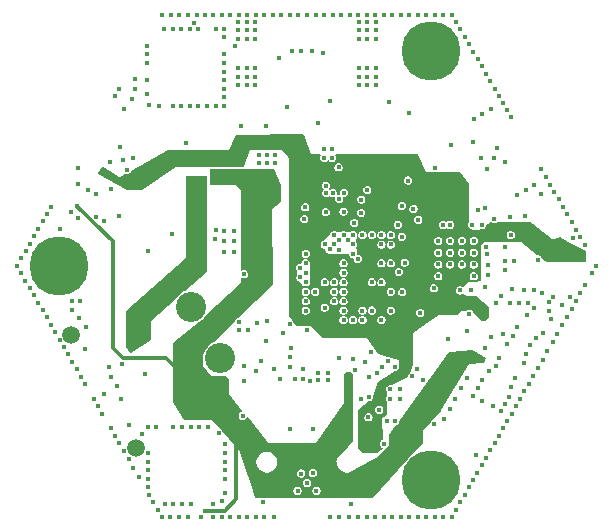
<source format=gbr>
%TF.GenerationSoftware,KiCad,Pcbnew,9.0.5*%
%TF.CreationDate,2025-10-19T17:26:29+02:00*%
%TF.ProjectId,PCB_PAPI,5043425f-5041-4504-992e-6b696361645f,rev?*%
%TF.SameCoordinates,Original*%
%TF.FileFunction,Copper,L4,Inr*%
%TF.FilePolarity,Positive*%
%FSLAX46Y46*%
G04 Gerber Fmt 4.6, Leading zero omitted, Abs format (unit mm)*
G04 Created by KiCad (PCBNEW 9.0.5) date 2025-10-19 17:26:29*
%MOMM*%
%LPD*%
G01*
G04 APERTURE LIST*
%TA.AperFunction,ComponentPad*%
%ADD10C,0.800000*%
%TD*%
%TA.AperFunction,ComponentPad*%
%ADD11C,5.000000*%
%TD*%
%TA.AperFunction,ComponentPad*%
%ADD12C,2.550000*%
%TD*%
%TA.AperFunction,ComponentPad*%
%ADD13C,1.500000*%
%TD*%
%TA.AperFunction,ViaPad*%
%ADD14C,0.400000*%
%TD*%
%TA.AperFunction,Conductor*%
%ADD15C,0.300000*%
%TD*%
G04 APERTURE END LIST*
D10*
%TO.N,GND*%
%TO.C,H1*%
X137625000Y-101186533D03*
X138174175Y-99860708D03*
X138174175Y-102512358D03*
X139500000Y-99311533D03*
D11*
X139500000Y-101186533D03*
D10*
X139500000Y-103061533D03*
X140825825Y-99860708D03*
X140825825Y-102512358D03*
X141375000Y-101186533D03*
%TD*%
%TO.N,GND*%
%TO.C,H3*%
X137625000Y-64813467D03*
X138174175Y-63487642D03*
X138174175Y-66139292D03*
X139500000Y-62938467D03*
D11*
X139500000Y-64813467D03*
D10*
X139500000Y-66688467D03*
X140825825Y-63487642D03*
X140825825Y-66139292D03*
X141375000Y-64813467D03*
%TD*%
%TO.N,GND*%
%TO.C,H2*%
X106125000Y-83000000D03*
X106674175Y-81674175D03*
X106674175Y-84325825D03*
X108000000Y-81125000D03*
D11*
X108000000Y-83000000D03*
D10*
X108000000Y-84875000D03*
X109325825Y-81674175D03*
X109325825Y-84325825D03*
X109875000Y-83000000D03*
%TD*%
D12*
%TO.N,VBAT+*%
%TO.C,J3*%
X119173647Y-86476918D03*
%TO.N,GND*%
X121673647Y-90807046D03*
D13*
X114513393Y-98405122D03*
X109013393Y-88878842D03*
%TD*%
D14*
%TO.N,GND*%
X133300000Y-82410000D03*
X131120000Y-73860000D03*
X130450000Y-73880000D03*
X130910000Y-81630000D03*
X132470000Y-80820000D03*
X137550000Y-75790000D03*
%TO.N,+3.3V*%
X128500000Y-73490000D03*
X127800000Y-73490000D03*
%TO.N,GND*%
X115580000Y-81760000D03*
X117570000Y-80310000D03*
X111810000Y-93830000D03*
X113290000Y-94250000D03*
X115304955Y-92164248D03*
%TO.N,Net-(U1-BOOT0)*%
X125130000Y-91100000D03*
%TO.N,GND*%
X135890000Y-91090000D03*
X135800000Y-96140000D03*
X139740000Y-96420000D03*
X143830000Y-94450000D03*
X144710000Y-94890000D03*
X145420000Y-95270000D03*
X143060000Y-94000000D03*
X143470000Y-93350000D03*
X143850000Y-92710000D03*
X144420000Y-91920000D03*
X144970000Y-91490000D03*
X146300000Y-93290000D03*
X146070000Y-94150000D03*
X145730000Y-94680000D03*
X138840000Y-92690000D03*
X138300000Y-91710000D03*
X140970000Y-89180000D03*
X139870000Y-74730000D03*
X141200000Y-72760000D03*
X144080000Y-78130000D03*
X143080000Y-72520000D03*
X126630000Y-65380000D03*
X130360000Y-64990000D03*
X114480000Y-68040000D03*
X109640000Y-74760000D03*
X112450000Y-76480000D03*
X123275000Y-88450000D03*
X123275000Y-87750000D03*
X123975000Y-88450000D03*
X128990000Y-88470000D03*
X127000000Y-88720000D03*
X127570000Y-87950000D03*
X125620000Y-87700000D03*
X128760000Y-79060000D03*
X128850000Y-78060000D03*
X133000000Y-79390000D03*
X136700000Y-79540000D03*
X137040000Y-80550000D03*
X137270000Y-82740000D03*
X136780000Y-83530000D03*
X137050000Y-85240000D03*
X139740000Y-84920000D03*
X144042500Y-84800000D03*
X151270000Y-85640000D03*
X150560000Y-86290000D03*
X149860000Y-85670000D03*
X147490000Y-78810000D03*
X138420000Y-79110000D03*
X130600000Y-76230000D03*
X130450000Y-73140000D03*
X131110000Y-73150000D03*
X111800000Y-79200000D03*
X125625000Y-73600000D03*
X126114000Y-61750808D03*
X123400000Y-71200000D03*
X142120000Y-80900000D03*
X148850000Y-74850000D03*
X133050000Y-91860000D03*
X117690000Y-103205000D03*
X133410000Y-67005000D03*
X143075000Y-101143648D03*
X139102000Y-104270000D03*
X144970000Y-86150000D03*
X133593705Y-77407982D03*
X109500000Y-91764593D03*
X149218000Y-75506756D03*
X123630000Y-92770000D03*
X128690000Y-91740000D03*
X142353000Y-102394189D03*
X141992000Y-103019459D03*
X137666000Y-61750808D03*
X152150000Y-80600000D03*
X118164000Y-104270000D03*
X113500000Y-69750000D03*
X114750000Y-100850000D03*
X139832000Y-61750808D03*
X133893701Y-91193701D03*
X106983000Y-78632299D03*
X144886000Y-68003512D03*
X123948000Y-61750808D03*
X151800000Y-79950000D03*
X140120000Y-83900000D03*
X117450000Y-61750808D03*
X122504000Y-61750808D03*
X129724000Y-61750808D03*
X146390000Y-85000000D03*
X133410000Y-62375000D03*
X124590000Y-67005000D03*
X110944000Y-94265674D03*
X133410000Y-63075000D03*
X116965000Y-103205000D03*
X141637000Y-62376079D03*
X146750000Y-88200000D03*
X146950000Y-86150000D03*
X144519000Y-98642567D03*
X120590000Y-96680000D03*
X120540000Y-69470000D03*
X146450000Y-88950000D03*
X130650000Y-76850000D03*
X121052000Y-104270000D03*
X147550000Y-90450000D03*
X123890000Y-63075000D03*
X147407000Y-93640404D03*
X111666000Y-95516215D03*
X118415000Y-96680000D03*
X149450000Y-86100000D03*
X137900000Y-92375000D03*
X143436000Y-100518378D03*
X134810000Y-63775000D03*
X136222000Y-61750808D03*
X123226000Y-61750808D03*
X123190000Y-67705000D03*
X117640000Y-62945000D03*
X148560000Y-82480000D03*
X135300000Y-87600000D03*
X147750000Y-86150000D03*
X142550000Y-88500000D03*
X133700000Y-87600000D03*
X134110000Y-63075000D03*
X148250000Y-76200000D03*
X145963000Y-96141485D03*
X146650000Y-92500000D03*
X124670000Y-61750808D03*
X146550000Y-82642500D03*
X121782000Y-61750808D03*
X121265000Y-62945000D03*
X129900000Y-70950000D03*
X150301000Y-77382567D03*
X117640000Y-69470000D03*
X133334000Y-61750808D03*
X128280000Y-61750808D03*
X129525000Y-96800000D03*
X153450000Y-83000000D03*
X118750000Y-72600000D03*
X148900000Y-85350000D03*
X116915000Y-62945000D03*
X127530000Y-90690000D03*
X124662000Y-104270000D03*
X122850000Y-81800000D03*
X142120000Y-82900000D03*
X127600000Y-96800000D03*
X104817000Y-82383921D03*
X121990000Y-66570000D03*
X135492000Y-104270000D03*
X139824000Y-104270000D03*
X113330000Y-91320000D03*
X136053705Y-94247982D03*
X138014170Y-78200000D03*
X135500000Y-61750808D03*
X121990000Y-68020000D03*
X119090000Y-69470000D03*
X121774000Y-104270000D03*
X125625000Y-74300000D03*
X132612000Y-61750808D03*
X123630000Y-91530000D03*
X134810000Y-62375000D03*
X140120000Y-82900000D03*
X112388000Y-96766756D03*
X148550000Y-91650000D03*
X133588705Y-78527982D03*
X144550000Y-69700000D03*
X121060000Y-61750808D03*
X129002000Y-61750808D03*
X121990000Y-63670000D03*
X115465000Y-67300000D03*
X142714000Y-101768918D03*
X133410000Y-67705000D03*
X147577429Y-76575945D03*
X136936000Y-104270000D03*
X140120000Y-80900000D03*
X111150000Y-76950000D03*
X111305000Y-94890945D03*
X143797000Y-99893107D03*
X151400000Y-86700000D03*
X136853705Y-93447982D03*
X134770000Y-104270000D03*
X129280000Y-92740000D03*
X146324000Y-95516215D03*
X113120000Y-68002704D03*
X119815000Y-69470000D03*
X124590000Y-63075000D03*
X105529000Y-84886619D03*
X132100000Y-84400000D03*
X122850000Y-80950000D03*
X146800000Y-77000000D03*
X134810000Y-67705000D03*
X123890000Y-63775000D03*
X110228769Y-90072037D03*
X113953769Y-96523927D03*
X148150000Y-92350000D03*
X143442000Y-65502430D03*
X115515000Y-98855000D03*
X121040000Y-103210000D03*
X122040000Y-98855000D03*
X125250000Y-103050000D03*
X136853705Y-94247982D03*
X134056000Y-61750808D03*
X114300000Y-100100000D03*
X123890000Y-62375000D03*
X115998000Y-103019459D03*
X143120000Y-80900000D03*
X107695000Y-88638241D03*
X117690000Y-96680000D03*
X121950000Y-80100000D03*
X126325000Y-73600000D03*
X115465000Y-64395000D03*
X118415000Y-103205000D03*
X124660000Y-91910000D03*
X112230000Y-91610000D03*
X141120000Y-80900000D03*
X145241000Y-97392026D03*
X148200000Y-85100000D03*
X124590000Y-62375000D03*
X131700000Y-81650000D03*
X132900000Y-90925000D03*
X118886000Y-104270000D03*
X123190000Y-63075000D03*
X117442000Y-104270000D03*
X123890000Y-67705000D03*
X136053705Y-93447982D03*
X105168000Y-84261349D03*
X132093799Y-78425000D03*
X123190000Y-62375000D03*
X123675000Y-83725000D03*
X113500000Y-98700000D03*
X116730000Y-61750000D03*
X144158000Y-99267837D03*
X131168000Y-61750808D03*
X122496000Y-104270000D03*
X145450000Y-85550000D03*
X119815000Y-62945000D03*
X147046000Y-94265674D03*
X123890000Y-67005000D03*
X145950000Y-69800000D03*
X120338000Y-61750808D03*
X132525000Y-104275000D03*
X132130000Y-76840000D03*
X125500000Y-71200000D03*
X118900000Y-61750000D03*
X113110000Y-98017296D03*
X124925000Y-74300000D03*
X121990000Y-65120000D03*
X123190000Y-66305000D03*
X127300000Y-69600000D03*
X131890000Y-61750808D03*
X121950000Y-81800000D03*
X134110000Y-62375000D03*
X124590000Y-66305000D03*
X109861000Y-92389863D03*
X125540000Y-89380000D03*
X108417000Y-89888782D03*
X142720000Y-64251890D03*
X127570000Y-91620000D03*
X122040000Y-98130000D03*
X144525000Y-67378241D03*
X135510000Y-98080000D03*
X124590000Y-67705000D03*
X108778000Y-90514052D03*
X115515000Y-96680000D03*
X150200000Y-88750000D03*
X107344000Y-78007029D03*
X116440000Y-69480000D03*
X152150000Y-85350000D03*
X131700000Y-104275000D03*
X141120000Y-81900000D03*
X134100000Y-76600000D03*
X114222373Y-68913175D03*
X134810000Y-67005000D03*
X122040000Y-101030000D03*
X123560000Y-95710000D03*
X122050000Y-102230000D03*
X149350000Y-90200000D03*
X147900000Y-89750000D03*
X123940000Y-104270000D03*
X108056000Y-89263512D03*
X134400000Y-90300000D03*
X134110000Y-63775000D03*
X106251000Y-86137160D03*
X126836000Y-61750808D03*
X137658000Y-104270000D03*
X134250000Y-94100000D03*
X136480000Y-96140000D03*
X143120000Y-82900000D03*
X147400000Y-85100000D03*
X143120000Y-81900000D03*
X133326000Y-104270000D03*
X122850000Y-80100000D03*
X143081000Y-64877160D03*
X145602000Y-96766756D03*
X123190000Y-63775000D03*
X151400000Y-79300000D03*
X121520000Y-97150000D03*
X147600000Y-87150000D03*
X141120000Y-82900000D03*
X137625000Y-70100000D03*
X151000000Y-87350000D03*
X115465000Y-65845000D03*
X116359000Y-103644729D03*
X109600000Y-76100000D03*
X144069400Y-89932462D03*
X143313813Y-99006250D03*
X134110000Y-67005000D03*
X145300000Y-90850000D03*
X135925000Y-69127276D03*
X119160000Y-103210000D03*
X123190000Y-67005000D03*
X152500000Y-81250000D03*
X149579000Y-76132026D03*
X151800000Y-86000000D03*
X112749000Y-97392026D03*
X148950000Y-90950000D03*
X118365000Y-69470000D03*
X109139000Y-91139323D03*
X125392000Y-61750808D03*
X104807000Y-83636079D03*
X138388000Y-61750808D03*
X138380000Y-104270000D03*
X108130000Y-79860000D03*
X134110000Y-66305000D03*
X142754088Y-87060000D03*
X130500000Y-86550000D03*
X119090000Y-62945000D03*
X130920000Y-69090000D03*
X105539000Y-81133381D03*
X146300000Y-70400000D03*
X134778000Y-61750808D03*
X152550000Y-84650000D03*
X147400000Y-91250000D03*
X132700000Y-103150000D03*
X118172000Y-61750808D03*
X127558000Y-61750808D03*
X144164000Y-66752971D03*
X134200000Y-95840000D03*
X149450000Y-86850000D03*
X134900000Y-92075000D03*
X148350000Y-89100000D03*
X138600000Y-87000000D03*
X133410000Y-66305000D03*
X148950000Y-88700000D03*
X106973000Y-87387701D03*
X148200000Y-86600000D03*
X114420000Y-67180000D03*
X119650000Y-61750000D03*
X107334000Y-88012971D03*
X141276000Y-61750808D03*
X123218000Y-104270000D03*
X141998000Y-63001349D03*
X126325000Y-74300000D03*
X115510000Y-101710000D03*
X146685000Y-94890945D03*
X134110000Y-67705000D03*
X125384000Y-104270000D03*
X143120000Y-83900000D03*
X113900000Y-99400000D03*
X124590000Y-63775000D03*
X142359000Y-63626619D03*
X116240000Y-96680000D03*
X115460000Y-68470000D03*
X130975000Y-104275000D03*
X143100000Y-70550000D03*
X104446000Y-83010808D03*
X110422571Y-76579945D03*
X121990000Y-68745000D03*
X116720000Y-104270000D03*
X150662000Y-78007837D03*
X141631000Y-103644729D03*
X144880000Y-98017296D03*
X132100000Y-83600000D03*
X105890000Y-85511890D03*
X145250000Y-68600000D03*
X106612000Y-86762430D03*
X126170000Y-91747982D03*
X153100000Y-83650000D03*
X139110000Y-61750808D03*
X134810000Y-63075000D03*
X140546000Y-104270000D03*
X112759000Y-68627974D03*
X149800000Y-89450000D03*
X140120000Y-81900000D03*
X130446000Y-61750808D03*
X147768000Y-93015134D03*
X142120000Y-81900000D03*
X151023000Y-78633107D03*
X136214000Y-104270000D03*
X115465000Y-65120000D03*
X121990000Y-67295000D03*
X121990000Y-65845000D03*
X119140000Y-96680000D03*
X121810000Y-102960000D03*
X133410000Y-63775000D03*
X135120000Y-95190000D03*
X110222000Y-93015134D03*
X149700000Y-87500000D03*
X126200000Y-104275000D03*
X123890000Y-66305000D03*
X143852429Y-70124055D03*
X120000000Y-104250000D03*
X122040000Y-100305000D03*
X134810000Y-66305000D03*
X105178000Y-81758651D03*
X124925000Y-73600000D03*
X140554000Y-61750808D03*
X134048000Y-104270000D03*
X141270000Y-104270000D03*
X132100000Y-85200000D03*
X113100000Y-78810000D03*
X121990000Y-69470000D03*
X145950000Y-89600000D03*
X121990000Y-62945000D03*
X115637000Y-102394189D03*
X106622000Y-79257570D03*
X150600000Y-88050000D03*
X115510000Y-99600000D03*
X149940000Y-76757296D03*
X105900000Y-80508110D03*
X121265000Y-69470000D03*
X119865000Y-96680000D03*
X146150000Y-86150000D03*
X143803000Y-66127701D03*
X122040000Y-99580000D03*
X131740000Y-90800000D03*
X118365000Y-62945000D03*
X145600000Y-69200000D03*
X130591205Y-78467982D03*
X136944000Y-61750808D03*
X115515000Y-101030000D03*
X106261000Y-79882840D03*
X115515000Y-100305000D03*
X121950000Y-80950000D03*
%TO.N,+3.3V*%
X134450000Y-89250000D03*
X136550000Y-89250000D03*
X128503705Y-76397982D03*
X141250000Y-76000000D03*
X150800000Y-82275000D03*
X134600000Y-98600000D03*
X112950000Y-75750000D03*
X150000000Y-82275000D03*
X129500000Y-76400000D03*
X144185000Y-86850000D03*
X112300000Y-75400000D03*
X131300000Y-86800000D03*
X140775000Y-86650000D03*
X132900000Y-83600000D03*
X151600000Y-82275000D03*
X132900000Y-84400000D03*
X132900000Y-85200000D03*
X134000000Y-98600000D03*
X136100000Y-87600000D03*
X128980000Y-76097984D03*
X134500000Y-87600000D03*
X128980000Y-76760000D03*
X129700000Y-86800000D03*
X140700000Y-75700000D03*
X152400000Y-82275000D03*
X141250000Y-75400000D03*
X140207500Y-86650000D03*
X111700000Y-75050000D03*
X143925000Y-87375000D03*
%TO.N,/HP+*%
X140569400Y-95994640D03*
%TO.N,Net-(C7-Pad1)*%
X132100000Y-82800000D03*
%TO.N,/HP-*%
X141069400Y-95128614D03*
%TO.N,Net-(C10-Pad1)*%
X132900000Y-82000000D03*
%TO.N,VBAT+*%
X124810000Y-87850000D03*
%TO.N,+5V*%
X120200000Y-77500000D03*
X114054955Y-89999184D03*
X119500000Y-78200000D03*
X115400000Y-89200000D03*
X120200000Y-78200000D03*
X120200000Y-76800000D03*
X120200000Y-78900000D03*
X119500000Y-78900000D03*
%TO.N,4.5V*%
X137950000Y-95800000D03*
X120340000Y-103730000D03*
X122600000Y-75700000D03*
X137950000Y-95250000D03*
X121200000Y-75700000D03*
X121900000Y-75700000D03*
X143800000Y-90950000D03*
X109502276Y-77962083D03*
X122075000Y-92940000D03*
X122600000Y-75000000D03*
X121590000Y-92580000D03*
X121900000Y-75000000D03*
X132500000Y-92300000D03*
X122910000Y-64440000D03*
X143150000Y-90550000D03*
%TO.N,/NRST*%
X131675000Y-74675000D03*
X129400000Y-64800000D03*
X132100000Y-87600000D03*
%TO.N,/GPIO_MOT1*%
X145100000Y-73000000D03*
X132900000Y-81200000D03*
%TO.N,/TX_MOT1*%
X134500000Y-80400000D03*
X145750000Y-74200000D03*
%TO.N,/RX_MOT1*%
X144849599Y-73849599D03*
X133700000Y-80400000D03*
%TO.N,/RX_MOT2*%
X129000000Y-101400000D03*
X134500000Y-86800000D03*
%TO.N,/TX_MOT2*%
X133700000Y-86800000D03*
X128200000Y-102050000D03*
%TO.N,/GPIO_MOT2*%
X129800000Y-102050000D03*
X136100000Y-86800000D03*
%TO.N,/GPIO_MOT3*%
X112300000Y-74200000D03*
X131300000Y-80400000D03*
%TO.N,/TX_MOT3*%
X113175000Y-72925000D03*
X132900000Y-80400000D03*
%TO.N,/RX_MOT3*%
X132100000Y-80400000D03*
X113433154Y-74016846D03*
%TO.N,/ESP32_TX*%
X141109144Y-79534697D03*
X135300000Y-81200000D03*
%TO.N,/ESP32_RX*%
X136100000Y-81200000D03*
X140516306Y-79550038D03*
%TO.N,/ACCEL_MOSI*%
X132100000Y-86000000D03*
X128650000Y-92600000D03*
%TO.N,Net-(IC5-INT2)*%
X129943705Y-92707982D03*
%TO.N,/ACCEL_MISO*%
X131300000Y-86000000D03*
X128000000Y-92600000D03*
%TO.N,Net-(IC5-INT1)*%
X130773705Y-92707982D03*
%TO.N,/ACCEL_CLK*%
X126750000Y-92626338D03*
X128900000Y-86000000D03*
%TO.N,/ACCEL_INT2*%
X129943705Y-92067982D03*
X132100000Y-86800000D03*
%TO.N,/ACCEL_INT1*%
X130773705Y-92067982D03*
X132900000Y-87600000D03*
%TO.N,/MOUSE_INT*%
X128900000Y-86800000D03*
X110300000Y-88175000D03*
%TO.N,/SWDIO*%
X127700000Y-64800000D03*
X131210000Y-76870000D03*
%TO.N,/SWCLK*%
X128500000Y-64800000D03*
X131730000Y-77330000D03*
%TO.N,/RX_LIDAR*%
X112900000Y-93200000D03*
X131300000Y-85200000D03*
%TO.N,/SDA_TOF1*%
X144250000Y-74850000D03*
X135300000Y-80400000D03*
%TO.N,/SDA_TOF3*%
X114300000Y-73900000D03*
X131700000Y-80800000D03*
%TO.N,/SCL_TOF1*%
X143750000Y-73850000D03*
X136100000Y-80400000D03*
%TO.N,/SDA_TOF2*%
X128900000Y-85200000D03*
X128500000Y-100600000D03*
%TO.N,/SDA_OLED*%
X136100000Y-82800000D03*
X145600000Y-88750000D03*
%TO.N,/LIDAR_PWM*%
X112400000Y-92450000D03*
X128900000Y-84400000D03*
%TO.N,/MOUSE_CS*%
X109087500Y-85987500D03*
X128900000Y-82000000D03*
%TO.N,/SCL_TOF2*%
X129500000Y-100550000D03*
X129700000Y-85200000D03*
%TO.N,/SCL_OLED*%
X144569400Y-89066436D03*
X135300000Y-82800000D03*
%TO.N,/SCL_TOF3*%
X113750000Y-74900000D03*
X131300000Y-81200000D03*
%TO.N,/MOUSE_MISO*%
X109100000Y-86725000D03*
X128900000Y-83600000D03*
%TO.N,/LED_TIM*%
X136100000Y-85200000D03*
X142569400Y-92530538D03*
%TO.N,/TX_SUP*%
X142069400Y-93396564D03*
X135300000Y-84400000D03*
%TO.N,/RX_SUP*%
X141569400Y-94262589D03*
X134500000Y-84400000D03*
%TO.N,Net-(IC8-~{OE})*%
X111147724Y-78912083D03*
%TO.N,Net-(U1-BOOT0)*%
X131300000Y-84400000D03*
X127620000Y-90000787D03*
%TO.N,Net-(IC8-Y)*%
X109000000Y-78450000D03*
X115600000Y-69420000D03*
%TO.N,Net-(LED2-DOUT)*%
X119400000Y-62450000D03*
X115040000Y-97292878D03*
%TO.N,Net-(U5-GPIO0)*%
X145800000Y-83400000D03*
%TO.N,RESET*%
X144350000Y-83800000D03*
%TO.N,/ESP32/mic_sck*%
X151525000Y-80675000D03*
%TO.N,/ESP32/mic_data*%
X146250000Y-80400000D03*
%TO.N,Net-(U5-GPIO3)*%
X144270000Y-82010000D03*
%TO.N,/ESP32/mic_frame_sck*%
X146150000Y-78850000D03*
%TO.N,/ESP32/BOOT1*%
X142850000Y-85100000D03*
%TO.N,Net-(U5-VDD_SPI)*%
X137039170Y-77950000D03*
%TO.N,/MOUSE_CLK*%
X128900000Y-82800000D03*
X109780000Y-85975000D03*
%TO.N,/MOUSE_MOSI*%
X130500000Y-84400000D03*
X109730000Y-87400000D03*
%TO.N,/ESP32/max_data*%
X144150000Y-81400000D03*
X134250000Y-92400000D03*
%TO.N,/ESP32/max_bit_clk*%
X135350000Y-91550000D03*
X145750000Y-82600000D03*
%TO.N,/RGB_TOM_JERRY*%
X109650000Y-79000000D03*
X130500000Y-81200000D03*
%TO.N,Net-(U5-GPIO45)*%
X141950000Y-85100000D03*
%TO.N,/ESP32/max_frame_clk*%
X136445361Y-91554639D03*
X144350000Y-82950000D03*
%TO.N,/ESP32/SD_FSPIQ*%
X121275000Y-79975000D03*
X143000000Y-79550000D03*
%TO.N,/ESP32/SD_FSPICLK*%
X121250000Y-80700000D03*
X143450000Y-78300000D03*
%TO.N,/ESP32/SD_FSPID*%
X128425000Y-83175000D03*
X143820000Y-79550000D03*
%TO.N,/ESP32/SD_FSPICS*%
X128450000Y-84000000D03*
X144850000Y-79050000D03*
%TO.N,/ESP32/max_gpio*%
X133600000Y-94250000D03*
X145800000Y-81400000D03*
%TO.N,Net-(MK2-LR)*%
X148800000Y-76900000D03*
%TD*%
D15*
%TO.N,+3.3V*%
X134000000Y-98600000D02*
X134600000Y-98600000D01*
%TO.N,4.5V*%
X110696724Y-79096724D02*
X110696724Y-79098894D01*
X110960913Y-79363083D02*
X110963083Y-79363083D01*
X120340000Y-103730000D02*
X122040000Y-103730000D01*
X123030000Y-102740000D02*
X123030000Y-96610000D01*
X109850000Y-78250000D02*
X110696724Y-79096724D01*
X112550000Y-89950000D02*
X113400000Y-90800000D01*
X109790193Y-78250000D02*
X109850000Y-78250000D01*
X110696724Y-79098894D02*
X110960913Y-79363083D01*
X113400000Y-90800000D02*
X117090000Y-90800000D01*
X118870000Y-92580000D02*
X121590000Y-92580000D01*
X121730000Y-95310000D02*
X122075000Y-94965000D01*
X117090000Y-90800000D02*
X118870000Y-92580000D01*
X123030000Y-96610000D02*
X121730000Y-95310000D01*
X110963083Y-79363083D02*
X112550000Y-80950000D01*
X112550000Y-80950000D02*
X112550000Y-89950000D01*
X122040000Y-103730000D02*
X123030000Y-102740000D01*
X122075000Y-94965000D02*
X122075000Y-92940000D01*
X109502276Y-77962083D02*
X109790193Y-78250000D01*
%TD*%
%TA.AperFunction,Conductor*%
%TO.N,4.5V*%
G36*
X126227320Y-74814352D02*
G01*
X126237899Y-74830145D01*
X126805274Y-76191128D01*
X126809046Y-76209609D01*
X126819406Y-77565097D01*
X126805319Y-77599853D01*
X126799902Y-77604599D01*
X126036005Y-78180437D01*
X126096953Y-84580020D01*
X126082932Y-84614804D01*
X126082265Y-84615470D01*
X123257626Y-87385789D01*
X123231869Y-87398336D01*
X123231958Y-87398668D01*
X123230248Y-87399125D01*
X123229713Y-87399387D01*
X123228851Y-87399500D01*
X123139713Y-87423385D01*
X123139710Y-87423386D01*
X123059794Y-87469527D01*
X123059784Y-87469534D01*
X122994534Y-87534784D01*
X122994527Y-87534794D01*
X122948386Y-87614710D01*
X122948386Y-87614711D01*
X122924818Y-87702666D01*
X122911798Y-87724966D01*
X121110598Y-89491527D01*
X121098534Y-89500203D01*
X120926522Y-89587848D01*
X120744994Y-89719736D01*
X120586337Y-89878393D01*
X120454450Y-90059921D01*
X120352584Y-90259843D01*
X120320671Y-90358058D01*
X120310692Y-90375469D01*
X120200000Y-90499998D01*
X120200000Y-90500000D01*
X120200000Y-91460006D01*
X120900000Y-92300000D01*
X122079704Y-92300000D01*
X122114352Y-92314352D01*
X122385648Y-92585648D01*
X122400000Y-92620296D01*
X122400000Y-93900001D01*
X123521953Y-95285976D01*
X123532599Y-95321936D01*
X123514698Y-95354891D01*
X123496551Y-95364136D01*
X123424711Y-95383386D01*
X123424710Y-95383386D01*
X123344794Y-95429527D01*
X123344784Y-95429534D01*
X123279534Y-95494784D01*
X123279527Y-95494794D01*
X123233386Y-95574710D01*
X123233385Y-95574713D01*
X123209500Y-95663853D01*
X123209500Y-95756146D01*
X123233385Y-95845286D01*
X123233386Y-95845289D01*
X123276430Y-95919842D01*
X123279531Y-95925212D01*
X123344788Y-95990469D01*
X123424712Y-96036614D01*
X123440275Y-96040784D01*
X123513853Y-96060500D01*
X123513856Y-96060500D01*
X123606146Y-96060500D01*
X123650716Y-96048557D01*
X123695288Y-96036614D01*
X123775212Y-95990469D01*
X123840469Y-95925212D01*
X123886614Y-95845288D01*
X123886615Y-95845286D01*
X123887638Y-95843514D01*
X123917391Y-95820684D01*
X123954573Y-95825579D01*
X123968158Y-95837184D01*
X125557066Y-97800000D01*
X125737055Y-98022345D01*
X129724989Y-98053130D01*
X132100000Y-94650862D01*
X132100000Y-92288041D01*
X132111699Y-92256266D01*
X132125556Y-92240000D01*
X132315327Y-92017225D01*
X132348721Y-92000156D01*
X132352628Y-92000000D01*
X132658444Y-92000000D01*
X132693092Y-92014352D01*
X132694565Y-92015889D01*
X132887121Y-92225950D01*
X132900000Y-92259061D01*
X132900000Y-97782337D01*
X132888731Y-97813600D01*
X132030656Y-98849206D01*
X132011678Y-98863213D01*
X131985294Y-98874142D01*
X131841901Y-98969954D01*
X131719954Y-99091901D01*
X131624140Y-99235298D01*
X131558145Y-99394623D01*
X131558142Y-99394632D01*
X131554057Y-99415173D01*
X131543730Y-99436876D01*
X131450000Y-99549999D01*
X131450000Y-99550000D01*
X131509293Y-99606469D01*
X131524485Y-99640757D01*
X131524500Y-99641952D01*
X131524500Y-99736234D01*
X131558142Y-99905364D01*
X131558145Y-99905375D01*
X131607501Y-100024531D01*
X131624142Y-100064705D01*
X131719955Y-100208099D01*
X131841901Y-100330045D01*
X131985295Y-100425858D01*
X132144626Y-100491855D01*
X132144632Y-100491856D01*
X132144635Y-100491857D01*
X132313765Y-100525499D01*
X132313768Y-100525499D01*
X132313771Y-100525500D01*
X132313772Y-100525500D01*
X132454675Y-100525500D01*
X132488467Y-100539016D01*
X132500000Y-100550000D01*
X132569971Y-100511217D01*
X132584147Y-100506022D01*
X132655374Y-100491855D01*
X132814705Y-100425858D01*
X132958099Y-100330045D01*
X133029410Y-100258733D01*
X133040286Y-100250539D01*
X134845455Y-99250000D01*
X135910000Y-98274166D01*
X135910000Y-97374655D01*
X135919396Y-97345801D01*
X136129430Y-97057518D01*
X136536325Y-96499032D01*
X136563242Y-96480559D01*
X136615288Y-96466614D01*
X136695212Y-96420469D01*
X136760469Y-96355212D01*
X136806614Y-96275288D01*
X136820000Y-96225330D01*
X136830500Y-96186146D01*
X136830500Y-96111218D01*
X136839895Y-96082365D01*
X141061445Y-90288058D01*
X141093447Y-90268506D01*
X141096711Y-90268106D01*
X142984470Y-90101371D01*
X143013467Y-90107855D01*
X143291537Y-90270063D01*
X144158610Y-90775856D01*
X144181307Y-90805711D01*
X144176786Y-90841919D01*
X143962709Y-91228503D01*
X143933369Y-91251861D01*
X143923853Y-91253601D01*
X142749999Y-91350000D01*
X140352221Y-95260013D01*
X140347189Y-95266820D01*
X139631555Y-96077731D01*
X139607504Y-96092637D01*
X139604715Y-96093384D01*
X139604709Y-96093387D01*
X139524794Y-96139527D01*
X139524784Y-96139534D01*
X139459534Y-96204784D01*
X139459527Y-96204794D01*
X139413386Y-96284709D01*
X139413385Y-96284713D01*
X139400881Y-96331377D01*
X139390290Y-96351117D01*
X138800000Y-97019999D01*
X138800000Y-98008211D01*
X138787121Y-98041322D01*
X137580948Y-99357146D01*
X137579476Y-99358682D01*
X137520564Y-99417596D01*
X137488351Y-99457989D01*
X137486163Y-99460547D01*
X134577066Y-102634110D01*
X134543073Y-102649954D01*
X134540945Y-102650000D01*
X124635770Y-102650000D01*
X124601122Y-102635648D01*
X124589100Y-102615932D01*
X124512532Y-102376614D01*
X124393269Y-102003853D01*
X127849500Y-102003853D01*
X127849500Y-102096146D01*
X127873385Y-102185286D01*
X127873386Y-102185289D01*
X127883285Y-102202434D01*
X127919531Y-102265212D01*
X127984788Y-102330469D01*
X128064712Y-102376614D01*
X128086998Y-102382585D01*
X128153853Y-102400500D01*
X128153856Y-102400500D01*
X128246146Y-102400500D01*
X128290716Y-102388557D01*
X128335288Y-102376614D01*
X128415212Y-102330469D01*
X128480469Y-102265212D01*
X128526614Y-102185288D01*
X128546570Y-102110812D01*
X128550500Y-102096146D01*
X128550500Y-102003853D01*
X129449500Y-102003853D01*
X129449500Y-102096146D01*
X129473385Y-102185286D01*
X129473386Y-102185289D01*
X129483285Y-102202434D01*
X129519531Y-102265212D01*
X129584788Y-102330469D01*
X129664712Y-102376614D01*
X129686998Y-102382585D01*
X129753853Y-102400500D01*
X129753856Y-102400500D01*
X129846146Y-102400500D01*
X129890716Y-102388557D01*
X129935288Y-102376614D01*
X130015212Y-102330469D01*
X130080469Y-102265212D01*
X130126614Y-102185288D01*
X130146570Y-102110812D01*
X130150500Y-102096146D01*
X130150500Y-102003853D01*
X130126614Y-101914713D01*
X130126613Y-101914710D01*
X130080472Y-101834794D01*
X130080469Y-101834788D01*
X130015212Y-101769531D01*
X129982250Y-101750500D01*
X129935289Y-101723386D01*
X129935286Y-101723385D01*
X129846147Y-101699500D01*
X129846144Y-101699500D01*
X129753856Y-101699500D01*
X129753853Y-101699500D01*
X129664713Y-101723385D01*
X129664710Y-101723386D01*
X129584794Y-101769527D01*
X129584784Y-101769534D01*
X129519534Y-101834784D01*
X129519527Y-101834794D01*
X129473386Y-101914710D01*
X129473385Y-101914713D01*
X129449500Y-102003853D01*
X128550500Y-102003853D01*
X128526614Y-101914713D01*
X128526613Y-101914710D01*
X128480472Y-101834794D01*
X128480469Y-101834788D01*
X128415212Y-101769531D01*
X128382250Y-101750500D01*
X128335289Y-101723386D01*
X128335286Y-101723385D01*
X128246147Y-101699500D01*
X128246144Y-101699500D01*
X128153856Y-101699500D01*
X128153853Y-101699500D01*
X128064713Y-101723385D01*
X128064710Y-101723386D01*
X127984794Y-101769527D01*
X127984784Y-101769534D01*
X127919534Y-101834784D01*
X127919527Y-101834794D01*
X127873386Y-101914710D01*
X127873385Y-101914713D01*
X127849500Y-102003853D01*
X124393269Y-102003853D01*
X124185306Y-101353853D01*
X128649500Y-101353853D01*
X128649500Y-101446146D01*
X128673385Y-101535286D01*
X128673386Y-101535289D01*
X128716430Y-101609842D01*
X128719531Y-101615212D01*
X128784788Y-101680469D01*
X128864712Y-101726614D01*
X128886998Y-101732585D01*
X128953853Y-101750500D01*
X128953856Y-101750500D01*
X129046146Y-101750500D01*
X129090716Y-101738557D01*
X129135288Y-101726614D01*
X129215212Y-101680469D01*
X129280469Y-101615212D01*
X129326614Y-101535288D01*
X129344038Y-101470262D01*
X129350500Y-101446146D01*
X129350500Y-101353853D01*
X129326614Y-101264713D01*
X129326613Y-101264710D01*
X129280472Y-101184794D01*
X129280469Y-101184788D01*
X129215212Y-101119531D01*
X129177061Y-101097504D01*
X129135289Y-101073386D01*
X129135286Y-101073385D01*
X129046147Y-101049500D01*
X129046144Y-101049500D01*
X128953856Y-101049500D01*
X128953853Y-101049500D01*
X128864713Y-101073385D01*
X128864710Y-101073386D01*
X128784794Y-101119527D01*
X128784784Y-101119534D01*
X128719534Y-101184784D01*
X128719527Y-101184794D01*
X128673386Y-101264710D01*
X128673385Y-101264713D01*
X128649500Y-101353853D01*
X124185306Y-101353853D01*
X124156786Y-101264713D01*
X124017852Y-100830465D01*
X123929352Y-100553853D01*
X128149500Y-100553853D01*
X128149500Y-100646146D01*
X128173385Y-100735286D01*
X128173386Y-100735289D01*
X128206792Y-100793148D01*
X128219531Y-100815212D01*
X128284788Y-100880469D01*
X128364712Y-100926614D01*
X128386998Y-100932585D01*
X128453853Y-100950500D01*
X128453856Y-100950500D01*
X128546146Y-100950500D01*
X128590716Y-100938557D01*
X128635288Y-100926614D01*
X128715212Y-100880469D01*
X128780469Y-100815212D01*
X128826614Y-100735288D01*
X128847993Y-100655500D01*
X128850500Y-100646146D01*
X128850500Y-100553853D01*
X128850499Y-100553852D01*
X128839641Y-100513326D01*
X128837102Y-100503853D01*
X129149500Y-100503853D01*
X129149500Y-100596146D01*
X129173385Y-100685286D01*
X129173386Y-100685289D01*
X129206047Y-100741858D01*
X129219531Y-100765212D01*
X129284788Y-100830469D01*
X129364712Y-100876614D01*
X129386998Y-100882585D01*
X129453853Y-100900500D01*
X129453856Y-100900500D01*
X129546146Y-100900500D01*
X129590716Y-100888557D01*
X129635288Y-100876614D01*
X129715212Y-100830469D01*
X129780469Y-100765212D01*
X129826614Y-100685288D01*
X129840996Y-100631614D01*
X129850500Y-100596146D01*
X129850500Y-100503853D01*
X129829601Y-100425859D01*
X129826614Y-100414712D01*
X129780469Y-100334788D01*
X129715212Y-100269531D01*
X129680518Y-100249500D01*
X129635289Y-100223386D01*
X129635286Y-100223385D01*
X129546147Y-100199500D01*
X129546144Y-100199500D01*
X129453856Y-100199500D01*
X129453853Y-100199500D01*
X129364713Y-100223385D01*
X129364710Y-100223386D01*
X129284794Y-100269527D01*
X129284784Y-100269534D01*
X129219534Y-100334784D01*
X129219527Y-100334794D01*
X129173386Y-100414710D01*
X129173385Y-100414713D01*
X129149500Y-100503853D01*
X128837102Y-100503853D01*
X128832275Y-100485841D01*
X128826614Y-100464712D01*
X128819057Y-100451624D01*
X128804181Y-100425858D01*
X128780469Y-100384788D01*
X128715212Y-100319531D01*
X128686868Y-100303166D01*
X128635289Y-100273386D01*
X128635286Y-100273385D01*
X128546147Y-100249500D01*
X128546144Y-100249500D01*
X128453856Y-100249500D01*
X128453853Y-100249500D01*
X128364713Y-100273385D01*
X128364710Y-100273386D01*
X128284794Y-100319527D01*
X128284784Y-100319534D01*
X128219534Y-100384784D01*
X128219527Y-100384794D01*
X128173386Y-100464710D01*
X128173385Y-100464713D01*
X128149500Y-100553853D01*
X123929352Y-100553853D01*
X123612579Y-99563765D01*
X124724500Y-99563765D01*
X124724500Y-99736234D01*
X124758142Y-99905364D01*
X124758145Y-99905375D01*
X124807501Y-100024531D01*
X124824142Y-100064705D01*
X124919955Y-100208099D01*
X125041901Y-100330045D01*
X125185295Y-100425858D01*
X125344626Y-100491855D01*
X125344632Y-100491856D01*
X125344635Y-100491857D01*
X125513765Y-100525499D01*
X125513768Y-100525499D01*
X125513771Y-100525500D01*
X125513772Y-100525500D01*
X125686228Y-100525500D01*
X125686229Y-100525500D01*
X125855374Y-100491855D01*
X126014705Y-100425858D01*
X126158099Y-100330045D01*
X126280045Y-100208099D01*
X126375858Y-100064705D01*
X126441855Y-99905374D01*
X126475500Y-99736229D01*
X126475500Y-99563771D01*
X126469550Y-99533856D01*
X126441857Y-99394635D01*
X126441854Y-99394624D01*
X126429496Y-99364788D01*
X126375858Y-99235295D01*
X126280045Y-99091901D01*
X126158099Y-98969955D01*
X126014705Y-98874142D01*
X126014702Y-98874140D01*
X126014701Y-98874140D01*
X125855375Y-98808145D01*
X125855364Y-98808142D01*
X125686234Y-98774500D01*
X125686229Y-98774500D01*
X125513771Y-98774500D01*
X125513765Y-98774500D01*
X125344635Y-98808142D01*
X125344624Y-98808145D01*
X125185298Y-98874140D01*
X125041901Y-98969954D01*
X124919954Y-99091901D01*
X124824140Y-99235298D01*
X124758145Y-99394624D01*
X124758142Y-99394635D01*
X124724500Y-99563765D01*
X123612579Y-99563765D01*
X123350345Y-98744138D01*
X121868790Y-97077389D01*
X121858084Y-97057518D01*
X121846614Y-97014712D01*
X121846613Y-97014710D01*
X121815296Y-96960469D01*
X121800469Y-96934788D01*
X121735212Y-96869531D01*
X121732430Y-96867925D01*
X121655290Y-96823386D01*
X121655282Y-96823383D01*
X121653348Y-96822865D01*
X121629415Y-96808091D01*
X121000000Y-96100000D01*
X118627743Y-96100000D01*
X118593095Y-96085648D01*
X118585726Y-96076210D01*
X118197716Y-95429527D01*
X117647144Y-94511907D01*
X117640166Y-94486113D01*
X117699727Y-89522717D01*
X117714493Y-89488245D01*
X117717498Y-89485544D01*
X119819754Y-87748898D01*
X119828687Y-87743034D01*
X119920772Y-87696115D01*
X120102298Y-87564229D01*
X120167027Y-87499500D01*
X120260953Y-87405575D01*
X120260954Y-87405572D01*
X120260958Y-87405569D01*
X120351654Y-87280735D01*
X120358267Y-87273344D01*
X123400000Y-84500000D01*
X123400000Y-84055821D01*
X123414352Y-84021173D01*
X123449000Y-84006821D01*
X123473500Y-84013386D01*
X123539710Y-84051613D01*
X123539712Y-84051614D01*
X123555413Y-84055821D01*
X123628853Y-84075500D01*
X123628856Y-84075500D01*
X123721146Y-84075500D01*
X123765716Y-84063557D01*
X123810288Y-84051614D01*
X123890212Y-84005469D01*
X123955469Y-83940212D01*
X124001614Y-83860288D01*
X124014963Y-83810469D01*
X124025500Y-83771146D01*
X124025500Y-83678853D01*
X124001614Y-83589713D01*
X124001613Y-83589710D01*
X123955472Y-83509794D01*
X123955469Y-83509788D01*
X123890212Y-83444531D01*
X123876498Y-83436613D01*
X123810289Y-83398386D01*
X123810286Y-83398385D01*
X123721147Y-83374500D01*
X123721144Y-83374500D01*
X123628856Y-83374500D01*
X123628853Y-83374500D01*
X123539713Y-83398385D01*
X123539709Y-83398386D01*
X123473500Y-83436613D01*
X123436318Y-83441508D01*
X123406565Y-83418678D01*
X123400000Y-83394178D01*
X123400000Y-76680000D01*
X122977314Y-76200000D01*
X122973469Y-76195634D01*
X122973468Y-76195633D01*
X120849077Y-76198977D01*
X120814406Y-76184680D01*
X120800000Y-76150054D01*
X120800000Y-74849000D01*
X120814352Y-74814352D01*
X120849000Y-74800000D01*
X126192672Y-74800000D01*
X126227320Y-74814352D01*
G37*
%TD.AperFunction*%
%TD*%
%TA.AperFunction,Conductor*%
%TO.N,+3.3V*%
G36*
X128712431Y-71905137D02*
G01*
X128723667Y-71922488D01*
X129351512Y-73580000D01*
X130136023Y-73580000D01*
X130170671Y-73594352D01*
X130185023Y-73629000D01*
X130171308Y-73662107D01*
X130171485Y-73662243D01*
X130170980Y-73662899D01*
X130170671Y-73663648D01*
X130169534Y-73664784D01*
X130169527Y-73664794D01*
X130123386Y-73744710D01*
X130123385Y-73744713D01*
X130099500Y-73833853D01*
X130099500Y-73926146D01*
X130123385Y-74015286D01*
X130123386Y-74015289D01*
X130163513Y-74084788D01*
X130169531Y-74095212D01*
X130234788Y-74160469D01*
X130314712Y-74206614D01*
X130329215Y-74210500D01*
X130403853Y-74230500D01*
X130403856Y-74230500D01*
X130496146Y-74230500D01*
X130540716Y-74218557D01*
X130585288Y-74206614D01*
X130665212Y-74160469D01*
X130730469Y-74095212D01*
X130748339Y-74064260D01*
X130778090Y-74041431D01*
X130815272Y-74046325D01*
X130833207Y-74064259D01*
X130839531Y-74075212D01*
X130904788Y-74140469D01*
X130984712Y-74186614D01*
X131006998Y-74192585D01*
X131073853Y-74210500D01*
X131073856Y-74210500D01*
X131166146Y-74210500D01*
X131210716Y-74198557D01*
X131255288Y-74186614D01*
X131335212Y-74140469D01*
X131400469Y-74075212D01*
X131446614Y-73995288D01*
X131465015Y-73926614D01*
X131470500Y-73906146D01*
X131470500Y-73813853D01*
X131451972Y-73744710D01*
X131446614Y-73724712D01*
X131440840Y-73714712D01*
X131405499Y-73653500D01*
X131400603Y-73616318D01*
X131423434Y-73586565D01*
X131447934Y-73580000D01*
X138368412Y-73580000D01*
X138403060Y-73594352D01*
X138413040Y-73608769D01*
X139066322Y-75050000D01*
X139712917Y-75051543D01*
X139731277Y-75056501D01*
X139731741Y-75055384D01*
X139734712Y-75056614D01*
X139823852Y-75080499D01*
X139823853Y-75080500D01*
X139823856Y-75080500D01*
X139916147Y-75080500D01*
X139916147Y-75080499D01*
X140005288Y-75056614D01*
X140005298Y-75056607D01*
X140006710Y-75056024D01*
X140025586Y-75052289D01*
X141897314Y-75056756D01*
X141931928Y-75071191D01*
X141935850Y-75075640D01*
X142697527Y-76053230D01*
X142707874Y-76083469D01*
X142699641Y-79356227D01*
X142693077Y-79380602D01*
X142673387Y-79414708D01*
X142673384Y-79414716D01*
X142649500Y-79503853D01*
X142649500Y-79596146D01*
X142673385Y-79685286D01*
X142673386Y-79685289D01*
X142710692Y-79749902D01*
X142719531Y-79765212D01*
X142784788Y-79830469D01*
X142832742Y-79858156D01*
X142864708Y-79876612D01*
X142864709Y-79876612D01*
X142864712Y-79876614D01*
X142904372Y-79887240D01*
X142934123Y-79910068D01*
X142956992Y-79950000D01*
X143541805Y-79947335D01*
X143654844Y-79883198D01*
X143691702Y-79878487D01*
X143724365Y-79887239D01*
X143773854Y-79900500D01*
X143773856Y-79900500D01*
X143866146Y-79900500D01*
X143915635Y-79887239D01*
X143955288Y-79876614D01*
X144035212Y-79830469D01*
X144100469Y-79765212D01*
X144146614Y-79685288D01*
X144166935Y-79609449D01*
X144189765Y-79579696D01*
X144189921Y-79579606D01*
X144607540Y-79342657D01*
X144644754Y-79338042D01*
X144656212Y-79342838D01*
X144714712Y-79376614D01*
X144736998Y-79382585D01*
X144803853Y-79400500D01*
X144803856Y-79400500D01*
X144896146Y-79400500D01*
X144949333Y-79386248D01*
X144985288Y-79376614D01*
X145065212Y-79330469D01*
X145101329Y-79294352D01*
X145135977Y-79280000D01*
X147882797Y-79280000D01*
X147913429Y-79290755D01*
X148125365Y-79460500D01*
X149713195Y-80732234D01*
X149713196Y-80732233D01*
X149713197Y-80732234D01*
X149904970Y-80701364D01*
X150476021Y-80609444D01*
X150509159Y-80615890D01*
X151571410Y-81258239D01*
X152623121Y-81790324D01*
X152647558Y-81818771D01*
X152650000Y-81834046D01*
X152650000Y-82647691D01*
X152635648Y-82682339D01*
X152601033Y-82696691D01*
X149312046Y-82698933D01*
X149281589Y-82688344D01*
X148909795Y-82393861D01*
X148892889Y-82368133D01*
X148886614Y-82344712D01*
X148872075Y-82319531D01*
X148849524Y-82280472D01*
X148840469Y-82264788D01*
X148775212Y-82199531D01*
X148766990Y-82194784D01*
X148695289Y-82153386D01*
X148695286Y-82153385D01*
X148606147Y-82129500D01*
X148606144Y-82129500D01*
X148593085Y-82129500D01*
X148562661Y-82118911D01*
X148517810Y-82083386D01*
X147150000Y-81000000D01*
X147149999Y-81000000D01*
X143990912Y-81000000D01*
X143750000Y-81294447D01*
X143750000Y-84215265D01*
X143735648Y-84249913D01*
X143714920Y-84262246D01*
X143256814Y-84397981D01*
X143242894Y-84400000D01*
X142600000Y-84400000D01*
X142201470Y-84798528D01*
X142166822Y-84812880D01*
X142142322Y-84806315D01*
X142085289Y-84773386D01*
X142085286Y-84773385D01*
X141996147Y-84749500D01*
X141996144Y-84749500D01*
X141903856Y-84749500D01*
X141903853Y-84749500D01*
X141814713Y-84773385D01*
X141814710Y-84773386D01*
X141734794Y-84819527D01*
X141734784Y-84819534D01*
X141669534Y-84884784D01*
X141669527Y-84884794D01*
X141623386Y-84964710D01*
X141623385Y-84964713D01*
X141599500Y-85053853D01*
X141599500Y-85146146D01*
X141623385Y-85235286D01*
X141623386Y-85235289D01*
X141643716Y-85270500D01*
X141669531Y-85315212D01*
X141734788Y-85380469D01*
X141814712Y-85426614D01*
X141836998Y-85432585D01*
X141903853Y-85450500D01*
X141903856Y-85450500D01*
X141996146Y-85450500D01*
X142040716Y-85438557D01*
X142085288Y-85426614D01*
X142165212Y-85380469D01*
X142173767Y-85371913D01*
X142208414Y-85357561D01*
X142239444Y-85368636D01*
X142516111Y-85595000D01*
X143296560Y-85595000D01*
X143327170Y-85605737D01*
X144406610Y-86469288D01*
X144424700Y-86502140D01*
X144425000Y-86507551D01*
X144425000Y-87290264D01*
X144411321Y-87324226D01*
X144064460Y-87684962D01*
X144030100Y-87699991D01*
X144029139Y-87700000D01*
X143782670Y-87700000D01*
X143748022Y-87685648D01*
X143747180Y-87684785D01*
X143461590Y-87384784D01*
X143111669Y-87017207D01*
X143099833Y-86996110D01*
X143080702Y-86924712D01*
X143034557Y-86844788D01*
X142969300Y-86779531D01*
X142963930Y-86776430D01*
X142889377Y-86733386D01*
X142889374Y-86733385D01*
X142800235Y-86709500D01*
X142800232Y-86709500D01*
X142707944Y-86709500D01*
X142707941Y-86709500D01*
X142618801Y-86733385D01*
X142538873Y-86779533D01*
X142516346Y-86802058D01*
X142481697Y-86816408D01*
X142480877Y-86816401D01*
X142100000Y-86810000D01*
X141673856Y-87182876D01*
X141641589Y-87195000D01*
X140183243Y-87195000D01*
X139444446Y-87700000D01*
X139444334Y-87700077D01*
X139444326Y-87700083D01*
X138000001Y-88699999D01*
X138000000Y-88700001D01*
X138000000Y-91429540D01*
X137995380Y-91450311D01*
X137703767Y-92073386D01*
X137686800Y-92091885D01*
X137687332Y-92092579D01*
X137684784Y-92094533D01*
X137619535Y-92159783D01*
X137619527Y-92159794D01*
X137573386Y-92239710D01*
X137573385Y-92239713D01*
X137549500Y-92328853D01*
X137549500Y-92350351D01*
X137535148Y-92384999D01*
X137523622Y-92393553D01*
X136189261Y-93107718D01*
X136153456Y-93111846D01*
X136099851Y-93097482D01*
X136099849Y-93097482D01*
X136007561Y-93097482D01*
X136007558Y-93097482D01*
X135918418Y-93121367D01*
X135918415Y-93121368D01*
X135838499Y-93167509D01*
X135838489Y-93167516D01*
X135773239Y-93232766D01*
X135773232Y-93232776D01*
X135727091Y-93312692D01*
X135727090Y-93312695D01*
X135703205Y-93401835D01*
X135703205Y-93494128D01*
X135727090Y-93583268D01*
X135727091Y-93583271D01*
X135754342Y-93630469D01*
X135773236Y-93663194D01*
X135773239Y-93663197D01*
X135786727Y-93676685D01*
X135801079Y-93711333D01*
X135800959Y-93714755D01*
X135790850Y-93859129D01*
X135790849Y-93859158D01*
X135791549Y-93993904D01*
X135777378Y-94028626D01*
X135773240Y-94032764D01*
X135773237Y-94032768D01*
X135773236Y-94032770D01*
X135761062Y-94053856D01*
X135727090Y-94112695D01*
X135703205Y-94201835D01*
X135703205Y-94294128D01*
X135727090Y-94383268D01*
X135727091Y-94383271D01*
X135752116Y-94426614D01*
X135773236Y-94463194D01*
X135773239Y-94463197D01*
X135779850Y-94469808D01*
X135794201Y-94504201D01*
X135799861Y-95593396D01*
X135785690Y-95628119D01*
X135777640Y-95634687D01*
X135386389Y-95890000D01*
X135386388Y-95890001D01*
X135395686Y-97712735D01*
X135381512Y-97747456D01*
X135371188Y-97755420D01*
X135294791Y-97799529D01*
X135294784Y-97799534D01*
X135229534Y-97864784D01*
X135229527Y-97864794D01*
X135183386Y-97944710D01*
X135183385Y-97944713D01*
X135159500Y-98033853D01*
X135159500Y-98126146D01*
X135183385Y-98215286D01*
X135183386Y-98215289D01*
X135226430Y-98289842D01*
X135229531Y-98295212D01*
X135294788Y-98360469D01*
X135294792Y-98360471D01*
X135294793Y-98360472D01*
X135374942Y-98406747D01*
X135378897Y-98411902D01*
X135384913Y-98414358D01*
X135389913Y-98426258D01*
X135397772Y-98436500D01*
X135399441Y-98448932D01*
X135399748Y-98509141D01*
X135385573Y-98543862D01*
X135383860Y-98545511D01*
X135284230Y-98636839D01*
X135278764Y-98641175D01*
X134912502Y-98891456D01*
X134884857Y-98900000D01*
X133801228Y-98900000D01*
X133766580Y-98885648D01*
X133765481Y-98884513D01*
X133361947Y-98454083D01*
X133348694Y-98420704D01*
X133348134Y-98215289D01*
X133341536Y-95793853D01*
X133849500Y-95793853D01*
X133849500Y-95886146D01*
X133873385Y-95975286D01*
X133873386Y-95975289D01*
X133909843Y-96038433D01*
X133919531Y-96055212D01*
X133984788Y-96120469D01*
X134064712Y-96166614D01*
X134084466Y-96171907D01*
X134153853Y-96190500D01*
X134153856Y-96190500D01*
X134246146Y-96190500D01*
X134309861Y-96173427D01*
X134335288Y-96166614D01*
X134415212Y-96120469D01*
X134480469Y-96055212D01*
X134526614Y-95975288D01*
X134538557Y-95930716D01*
X134550500Y-95886146D01*
X134550500Y-95793853D01*
X134530429Y-95718951D01*
X134526614Y-95704712D01*
X134480469Y-95624788D01*
X134415212Y-95559531D01*
X134409842Y-95556430D01*
X134335289Y-95513386D01*
X134335286Y-95513385D01*
X134246147Y-95489500D01*
X134246144Y-95489500D01*
X134153856Y-95489500D01*
X134153853Y-95489500D01*
X134064713Y-95513385D01*
X134064710Y-95513386D01*
X133984794Y-95559527D01*
X133984784Y-95559534D01*
X133919534Y-95624784D01*
X133919527Y-95624794D01*
X133873386Y-95704710D01*
X133873385Y-95704713D01*
X133849500Y-95793853D01*
X133341536Y-95793853D01*
X133340061Y-95252521D01*
X133354318Y-95217834D01*
X133357044Y-95215295D01*
X133439852Y-95143853D01*
X134769500Y-95143853D01*
X134769500Y-95236146D01*
X134793385Y-95325286D01*
X134793386Y-95325289D01*
X134836430Y-95399842D01*
X134839531Y-95405212D01*
X134904788Y-95470469D01*
X134984712Y-95516614D01*
X135006998Y-95522585D01*
X135073853Y-95540500D01*
X135073856Y-95540500D01*
X135166146Y-95540500D01*
X135210716Y-95528557D01*
X135255288Y-95516614D01*
X135335212Y-95470469D01*
X135400469Y-95405212D01*
X135446614Y-95325288D01*
X135466112Y-95252521D01*
X135470500Y-95236146D01*
X135470500Y-95143853D01*
X135446614Y-95054713D01*
X135446613Y-95054710D01*
X135432635Y-95030500D01*
X135400469Y-94974788D01*
X135335212Y-94909531D01*
X135310411Y-94895212D01*
X135255289Y-94863386D01*
X135255286Y-94863385D01*
X135166147Y-94839500D01*
X135166144Y-94839500D01*
X135073856Y-94839500D01*
X135073853Y-94839500D01*
X134984713Y-94863385D01*
X134984710Y-94863386D01*
X134904794Y-94909527D01*
X134904784Y-94909534D01*
X134839534Y-94974784D01*
X134839527Y-94974794D01*
X134793386Y-95054710D01*
X134793385Y-95054713D01*
X134769500Y-95143853D01*
X133439852Y-95143853D01*
X133850000Y-94790000D01*
X134195308Y-94463876D01*
X134228953Y-94450500D01*
X134296146Y-94450500D01*
X134340716Y-94438557D01*
X134385288Y-94426614D01*
X134465212Y-94380469D01*
X134530469Y-94315212D01*
X134576614Y-94235288D01*
X134591294Y-94180500D01*
X134600500Y-94146146D01*
X134600500Y-94053858D01*
X134600500Y-94053856D01*
X134600243Y-94052897D01*
X134600275Y-94052153D01*
X134600081Y-94050675D01*
X134600342Y-94050640D01*
X134601534Y-94023446D01*
X135034343Y-92835526D01*
X135053905Y-92811072D01*
X136452819Y-91912906D01*
X136479292Y-91905139D01*
X136491507Y-91905139D01*
X136546254Y-91890469D01*
X136580649Y-91881253D01*
X136660573Y-91835108D01*
X136725830Y-91769851D01*
X136749452Y-91728936D01*
X136765406Y-91712210D01*
X136800000Y-91690000D01*
X136800000Y-91000000D01*
X136120115Y-90816314D01*
X136108363Y-90810497D01*
X136107994Y-90811137D01*
X136025289Y-90763386D01*
X136025286Y-90763385D01*
X135936147Y-90739500D01*
X135936144Y-90739500D01*
X135843856Y-90739500D01*
X135842299Y-90739500D01*
X135829519Y-90737804D01*
X135018347Y-90518648D01*
X134989793Y-90497659D01*
X134100000Y-89100000D01*
X130360587Y-89100000D01*
X130325939Y-89085648D01*
X130325591Y-89085297D01*
X129360000Y-88100000D01*
X128190907Y-88099910D01*
X128156260Y-88085556D01*
X128154035Y-88083177D01*
X127856101Y-87742681D01*
X127852941Y-87739070D01*
X127850469Y-87734788D01*
X127840269Y-87724588D01*
X127839198Y-87723364D01*
X127716302Y-87582911D01*
X127690876Y-87553853D01*
X131749500Y-87553853D01*
X131749500Y-87646146D01*
X131773385Y-87735286D01*
X131773386Y-87735289D01*
X131799472Y-87780469D01*
X131819531Y-87815212D01*
X131884788Y-87880469D01*
X131964712Y-87926614D01*
X131986998Y-87932585D01*
X132053853Y-87950500D01*
X132053856Y-87950500D01*
X132146146Y-87950500D01*
X132190716Y-87938557D01*
X132235288Y-87926614D01*
X132315212Y-87880469D01*
X132380469Y-87815212D01*
X132426614Y-87735288D01*
X132442336Y-87676614D01*
X132450500Y-87646146D01*
X132450500Y-87553853D01*
X132549500Y-87553853D01*
X132549500Y-87646146D01*
X132573385Y-87735286D01*
X132573386Y-87735289D01*
X132599472Y-87780469D01*
X132619531Y-87815212D01*
X132684788Y-87880469D01*
X132764712Y-87926614D01*
X132786998Y-87932585D01*
X132853853Y-87950500D01*
X132853856Y-87950500D01*
X132946146Y-87950500D01*
X132990716Y-87938557D01*
X133035288Y-87926614D01*
X133115212Y-87880469D01*
X133180469Y-87815212D01*
X133226614Y-87735288D01*
X133242336Y-87676614D01*
X133250500Y-87646146D01*
X133250500Y-87553853D01*
X133349500Y-87553853D01*
X133349500Y-87646146D01*
X133373385Y-87735286D01*
X133373386Y-87735289D01*
X133399472Y-87780469D01*
X133419531Y-87815212D01*
X133484788Y-87880469D01*
X133564712Y-87926614D01*
X133586998Y-87932585D01*
X133653853Y-87950500D01*
X133653856Y-87950500D01*
X133746146Y-87950500D01*
X133790716Y-87938557D01*
X133835288Y-87926614D01*
X133915212Y-87880469D01*
X133980469Y-87815212D01*
X134026614Y-87735288D01*
X134042336Y-87676614D01*
X134050500Y-87646146D01*
X134050500Y-87553853D01*
X134949500Y-87553853D01*
X134949500Y-87646146D01*
X134973385Y-87735286D01*
X134973386Y-87735289D01*
X134999472Y-87780469D01*
X135019531Y-87815212D01*
X135084788Y-87880469D01*
X135164712Y-87926614D01*
X135186998Y-87932585D01*
X135253853Y-87950500D01*
X135253856Y-87950500D01*
X135346146Y-87950500D01*
X135390716Y-87938557D01*
X135435288Y-87926614D01*
X135515212Y-87880469D01*
X135580469Y-87815212D01*
X135626614Y-87735288D01*
X135642336Y-87676614D01*
X135650500Y-87646146D01*
X135650500Y-87553853D01*
X135626614Y-87464713D01*
X135626613Y-87464710D01*
X135592467Y-87405569D01*
X135580469Y-87384788D01*
X135515212Y-87319531D01*
X135488063Y-87303856D01*
X135435289Y-87273386D01*
X135435286Y-87273385D01*
X135346147Y-87249500D01*
X135346144Y-87249500D01*
X135253856Y-87249500D01*
X135253853Y-87249500D01*
X135164713Y-87273385D01*
X135164710Y-87273386D01*
X135084794Y-87319527D01*
X135084784Y-87319534D01*
X135019534Y-87384784D01*
X135019527Y-87384794D01*
X134973386Y-87464710D01*
X134973385Y-87464713D01*
X134949500Y-87553853D01*
X134050500Y-87553853D01*
X134026614Y-87464713D01*
X134026613Y-87464710D01*
X133992467Y-87405569D01*
X133980469Y-87384788D01*
X133915212Y-87319531D01*
X133888063Y-87303856D01*
X133835289Y-87273386D01*
X133835286Y-87273385D01*
X133746147Y-87249500D01*
X133746144Y-87249500D01*
X133653856Y-87249500D01*
X133653853Y-87249500D01*
X133564713Y-87273385D01*
X133564710Y-87273386D01*
X133484794Y-87319527D01*
X133484784Y-87319534D01*
X133419534Y-87384784D01*
X133419527Y-87384794D01*
X133373386Y-87464710D01*
X133373385Y-87464713D01*
X133349500Y-87553853D01*
X133250500Y-87553853D01*
X133226614Y-87464713D01*
X133226613Y-87464710D01*
X133192467Y-87405569D01*
X133180469Y-87384788D01*
X133115212Y-87319531D01*
X133088063Y-87303856D01*
X133035289Y-87273386D01*
X133035286Y-87273385D01*
X132946147Y-87249500D01*
X132946144Y-87249500D01*
X132853856Y-87249500D01*
X132853853Y-87249500D01*
X132764713Y-87273385D01*
X132764710Y-87273386D01*
X132684794Y-87319527D01*
X132684784Y-87319534D01*
X132619534Y-87384784D01*
X132619527Y-87384794D01*
X132573386Y-87464710D01*
X132573385Y-87464713D01*
X132549500Y-87553853D01*
X132450500Y-87553853D01*
X132426614Y-87464713D01*
X132426613Y-87464710D01*
X132392467Y-87405569D01*
X132380469Y-87384788D01*
X132315212Y-87319531D01*
X132288063Y-87303856D01*
X132235289Y-87273386D01*
X132235286Y-87273385D01*
X132146147Y-87249500D01*
X132146144Y-87249500D01*
X132053856Y-87249500D01*
X132053853Y-87249500D01*
X131964713Y-87273385D01*
X131964710Y-87273386D01*
X131884794Y-87319527D01*
X131884784Y-87319534D01*
X131819534Y-87384784D01*
X131819527Y-87384794D01*
X131773386Y-87464710D01*
X131773385Y-87464713D01*
X131749500Y-87553853D01*
X127690876Y-87553853D01*
X127512124Y-87349565D01*
X127500000Y-87317298D01*
X127500000Y-86753853D01*
X128549500Y-86753853D01*
X128549500Y-86846146D01*
X128573385Y-86935286D01*
X128573386Y-86935289D01*
X128616430Y-87009842D01*
X128619531Y-87015212D01*
X128684788Y-87080469D01*
X128764712Y-87126614D01*
X128779099Y-87130469D01*
X128853853Y-87150500D01*
X128853856Y-87150500D01*
X128946146Y-87150500D01*
X129002916Y-87135288D01*
X129035288Y-87126614D01*
X129115212Y-87080469D01*
X129180469Y-87015212D01*
X129226614Y-86935288D01*
X129242336Y-86876613D01*
X129250500Y-86846146D01*
X129250500Y-86753853D01*
X129226614Y-86664713D01*
X129226613Y-86664710D01*
X129197191Y-86613751D01*
X129180469Y-86584788D01*
X129115212Y-86519531D01*
X129109842Y-86516430D01*
X129088058Y-86503853D01*
X130149500Y-86503853D01*
X130149500Y-86596146D01*
X130173385Y-86685286D01*
X130173386Y-86685289D01*
X130196974Y-86726143D01*
X130219531Y-86765212D01*
X130284788Y-86830469D01*
X130364712Y-86876614D01*
X130379099Y-86880469D01*
X130453853Y-86900500D01*
X130453856Y-86900500D01*
X130546146Y-86900500D01*
X130590716Y-86888557D01*
X130635288Y-86876614D01*
X130715212Y-86830469D01*
X130780469Y-86765212D01*
X130787027Y-86753853D01*
X131749500Y-86753853D01*
X131749500Y-86846146D01*
X131773385Y-86935286D01*
X131773386Y-86935289D01*
X131816430Y-87009842D01*
X131819531Y-87015212D01*
X131884788Y-87080469D01*
X131964712Y-87126614D01*
X131979099Y-87130469D01*
X132053853Y-87150500D01*
X132053856Y-87150500D01*
X132146146Y-87150500D01*
X132202916Y-87135288D01*
X132235288Y-87126614D01*
X132315212Y-87080469D01*
X132380469Y-87015212D01*
X132426614Y-86935288D01*
X132442336Y-86876613D01*
X132450500Y-86846146D01*
X132450500Y-86753853D01*
X133349500Y-86753853D01*
X133349500Y-86846146D01*
X133373385Y-86935286D01*
X133373386Y-86935289D01*
X133416430Y-87009842D01*
X133419531Y-87015212D01*
X133484788Y-87080469D01*
X133564712Y-87126614D01*
X133579099Y-87130469D01*
X133653853Y-87150500D01*
X133653856Y-87150500D01*
X133746146Y-87150500D01*
X133802916Y-87135288D01*
X133835288Y-87126614D01*
X133915212Y-87080469D01*
X133980469Y-87015212D01*
X134026614Y-86935288D01*
X134042336Y-86876613D01*
X134050500Y-86846146D01*
X134050500Y-86753853D01*
X134149500Y-86753853D01*
X134149500Y-86846146D01*
X134173385Y-86935286D01*
X134173386Y-86935289D01*
X134216430Y-87009842D01*
X134219531Y-87015212D01*
X134284788Y-87080469D01*
X134364712Y-87126614D01*
X134379099Y-87130469D01*
X134453853Y-87150500D01*
X134453856Y-87150500D01*
X134546146Y-87150500D01*
X134602916Y-87135288D01*
X134635288Y-87126614D01*
X134715212Y-87080469D01*
X134780469Y-87015212D01*
X134826614Y-86935288D01*
X134842336Y-86876613D01*
X134850500Y-86846146D01*
X134850500Y-86753853D01*
X135749500Y-86753853D01*
X135749500Y-86846146D01*
X135773385Y-86935286D01*
X135773386Y-86935289D01*
X135816430Y-87009842D01*
X135819531Y-87015212D01*
X135884788Y-87080469D01*
X135964712Y-87126614D01*
X135979099Y-87130469D01*
X136053853Y-87150500D01*
X136053856Y-87150500D01*
X136146146Y-87150500D01*
X136202916Y-87135288D01*
X136235288Y-87126614D01*
X136315212Y-87080469D01*
X136380469Y-87015212D01*
X136415895Y-86953853D01*
X138249500Y-86953853D01*
X138249500Y-87046146D01*
X138273385Y-87135286D01*
X138273386Y-87135289D01*
X138307861Y-87195000D01*
X138319531Y-87215212D01*
X138384788Y-87280469D01*
X138425295Y-87303856D01*
X138448576Y-87317298D01*
X138464712Y-87326614D01*
X138486998Y-87332585D01*
X138553853Y-87350500D01*
X138553856Y-87350500D01*
X138646146Y-87350500D01*
X138690716Y-87338557D01*
X138735288Y-87326614D01*
X138815212Y-87280469D01*
X138880469Y-87215212D01*
X138926614Y-87135288D01*
X138941304Y-87080465D01*
X138950500Y-87046146D01*
X138950500Y-86953853D01*
X138926614Y-86864713D01*
X138926613Y-86864710D01*
X138898721Y-86816401D01*
X138880469Y-86784788D01*
X138815212Y-86719531D01*
X138780844Y-86699688D01*
X138735289Y-86673386D01*
X138735286Y-86673385D01*
X138646147Y-86649500D01*
X138646144Y-86649500D01*
X138553856Y-86649500D01*
X138553853Y-86649500D01*
X138464713Y-86673385D01*
X138464710Y-86673386D01*
X138384794Y-86719527D01*
X138384784Y-86719534D01*
X138319534Y-86784784D01*
X138319527Y-86784794D01*
X138273386Y-86864710D01*
X138273385Y-86864713D01*
X138249500Y-86953853D01*
X136415895Y-86953853D01*
X136426614Y-86935288D01*
X136450499Y-86846147D01*
X136450500Y-86846147D01*
X136450500Y-86753853D01*
X136426614Y-86664713D01*
X136426613Y-86664710D01*
X136397191Y-86613751D01*
X136380469Y-86584788D01*
X136315212Y-86519531D01*
X136309842Y-86516430D01*
X136235289Y-86473386D01*
X136235286Y-86473385D01*
X136146147Y-86449500D01*
X136146144Y-86449500D01*
X136053856Y-86449500D01*
X136053853Y-86449500D01*
X135964713Y-86473385D01*
X135964710Y-86473386D01*
X135884794Y-86519527D01*
X135884784Y-86519534D01*
X135819534Y-86584784D01*
X135819527Y-86584794D01*
X135773386Y-86664710D01*
X135773385Y-86664713D01*
X135749500Y-86753853D01*
X134850500Y-86753853D01*
X134826614Y-86664713D01*
X134826613Y-86664710D01*
X134797191Y-86613751D01*
X134780469Y-86584788D01*
X134715212Y-86519531D01*
X134709842Y-86516430D01*
X134635289Y-86473386D01*
X134635286Y-86473385D01*
X134546147Y-86449500D01*
X134546144Y-86449500D01*
X134453856Y-86449500D01*
X134453853Y-86449500D01*
X134364713Y-86473385D01*
X134364710Y-86473386D01*
X134284794Y-86519527D01*
X134284784Y-86519534D01*
X134219534Y-86584784D01*
X134219527Y-86584794D01*
X134173386Y-86664710D01*
X134173385Y-86664713D01*
X134149500Y-86753853D01*
X134050500Y-86753853D01*
X134026614Y-86664713D01*
X134026613Y-86664710D01*
X133997191Y-86613751D01*
X133980469Y-86584788D01*
X133915212Y-86519531D01*
X133909842Y-86516430D01*
X133835289Y-86473386D01*
X133835286Y-86473385D01*
X133746147Y-86449500D01*
X133746144Y-86449500D01*
X133653856Y-86449500D01*
X133653853Y-86449500D01*
X133564713Y-86473385D01*
X133564710Y-86473386D01*
X133484794Y-86519527D01*
X133484784Y-86519534D01*
X133419534Y-86584784D01*
X133419527Y-86584794D01*
X133373386Y-86664710D01*
X133373385Y-86664713D01*
X133349500Y-86753853D01*
X132450500Y-86753853D01*
X132426614Y-86664713D01*
X132426613Y-86664710D01*
X132397191Y-86613751D01*
X132380469Y-86584788D01*
X132315212Y-86519531D01*
X132309842Y-86516430D01*
X132235289Y-86473386D01*
X132235286Y-86473385D01*
X132146147Y-86449500D01*
X132146144Y-86449500D01*
X132053856Y-86449500D01*
X132053853Y-86449500D01*
X131964713Y-86473385D01*
X131964710Y-86473386D01*
X131884794Y-86519527D01*
X131884784Y-86519534D01*
X131819534Y-86584784D01*
X131819527Y-86584794D01*
X131773386Y-86664710D01*
X131773385Y-86664713D01*
X131749500Y-86753853D01*
X130787027Y-86753853D01*
X130803026Y-86726143D01*
X130803027Y-86726142D01*
X130826613Y-86685290D01*
X130826613Y-86685289D01*
X130826614Y-86685288D01*
X130845015Y-86616614D01*
X130850500Y-86596146D01*
X130850500Y-86503853D01*
X130826614Y-86414713D01*
X130826613Y-86414710D01*
X130802754Y-86373386D01*
X130780469Y-86334788D01*
X130715212Y-86269531D01*
X130680518Y-86249500D01*
X130635289Y-86223386D01*
X130635286Y-86223385D01*
X130546147Y-86199500D01*
X130546144Y-86199500D01*
X130453856Y-86199500D01*
X130453853Y-86199500D01*
X130364713Y-86223385D01*
X130364710Y-86223386D01*
X130284794Y-86269527D01*
X130284784Y-86269534D01*
X130219534Y-86334784D01*
X130219527Y-86334794D01*
X130173386Y-86414710D01*
X130173385Y-86414713D01*
X130149500Y-86503853D01*
X129088058Y-86503853D01*
X129035289Y-86473386D01*
X129035286Y-86473385D01*
X128946147Y-86449500D01*
X128946144Y-86449500D01*
X128853856Y-86449500D01*
X128853853Y-86449500D01*
X128764713Y-86473385D01*
X128764710Y-86473386D01*
X128684794Y-86519527D01*
X128684784Y-86519534D01*
X128619534Y-86584784D01*
X128619527Y-86584794D01*
X128573386Y-86664710D01*
X128573385Y-86664713D01*
X128549500Y-86753853D01*
X127500000Y-86753853D01*
X127500000Y-85953853D01*
X128549500Y-85953853D01*
X128549500Y-86046146D01*
X128573385Y-86135286D01*
X128573386Y-86135289D01*
X128616430Y-86209842D01*
X128619531Y-86215212D01*
X128684788Y-86280469D01*
X128764712Y-86326614D01*
X128786998Y-86332585D01*
X128853853Y-86350500D01*
X128853856Y-86350500D01*
X128946146Y-86350500D01*
X128999721Y-86336144D01*
X129035288Y-86326614D01*
X129115212Y-86280469D01*
X129180469Y-86215212D01*
X129226614Y-86135288D01*
X129248434Y-86053856D01*
X129250500Y-86046146D01*
X129250500Y-85953853D01*
X130949500Y-85953853D01*
X130949500Y-86046146D01*
X130973385Y-86135286D01*
X130973386Y-86135289D01*
X131016430Y-86209842D01*
X131019531Y-86215212D01*
X131084788Y-86280469D01*
X131164712Y-86326614D01*
X131186998Y-86332585D01*
X131253853Y-86350500D01*
X131253856Y-86350500D01*
X131346146Y-86350500D01*
X131399721Y-86336144D01*
X131435288Y-86326614D01*
X131515212Y-86280469D01*
X131580469Y-86215212D01*
X131626614Y-86135288D01*
X131648434Y-86053856D01*
X131650500Y-86046146D01*
X131650500Y-85953853D01*
X131749500Y-85953853D01*
X131749500Y-86046146D01*
X131773385Y-86135286D01*
X131773386Y-86135289D01*
X131816430Y-86209842D01*
X131819531Y-86215212D01*
X131884788Y-86280469D01*
X131964712Y-86326614D01*
X131986998Y-86332585D01*
X132053853Y-86350500D01*
X132053856Y-86350500D01*
X132146146Y-86350500D01*
X132199721Y-86336144D01*
X132235288Y-86326614D01*
X132315212Y-86280469D01*
X132380469Y-86215212D01*
X132426614Y-86135288D01*
X132448434Y-86053856D01*
X132450500Y-86046146D01*
X132450500Y-85953853D01*
X132426614Y-85864713D01*
X132426613Y-85864710D01*
X132380472Y-85784794D01*
X132380469Y-85784788D01*
X132315212Y-85719531D01*
X132309346Y-85716144D01*
X132235289Y-85673386D01*
X132235286Y-85673385D01*
X132146147Y-85649500D01*
X132146144Y-85649500D01*
X132053856Y-85649500D01*
X132053853Y-85649500D01*
X131964713Y-85673385D01*
X131964710Y-85673386D01*
X131884794Y-85719527D01*
X131884784Y-85719534D01*
X131819534Y-85784784D01*
X131819527Y-85784794D01*
X131773386Y-85864710D01*
X131773385Y-85864713D01*
X131749500Y-85953853D01*
X131650500Y-85953853D01*
X131626614Y-85864713D01*
X131626613Y-85864710D01*
X131580472Y-85784794D01*
X131580469Y-85784788D01*
X131515212Y-85719531D01*
X131509346Y-85716144D01*
X131435289Y-85673386D01*
X131435286Y-85673385D01*
X131346147Y-85649500D01*
X131346144Y-85649500D01*
X131253856Y-85649500D01*
X131253853Y-85649500D01*
X131164713Y-85673385D01*
X131164710Y-85673386D01*
X131084794Y-85719527D01*
X131084784Y-85719534D01*
X131019534Y-85784784D01*
X131019527Y-85784794D01*
X130973386Y-85864710D01*
X130973385Y-85864713D01*
X130949500Y-85953853D01*
X129250500Y-85953853D01*
X129226614Y-85864713D01*
X129226613Y-85864710D01*
X129180472Y-85784794D01*
X129180469Y-85784788D01*
X129115212Y-85719531D01*
X129109346Y-85716144D01*
X129035289Y-85673386D01*
X129035286Y-85673385D01*
X128946147Y-85649500D01*
X128946144Y-85649500D01*
X128853856Y-85649500D01*
X128853853Y-85649500D01*
X128764713Y-85673385D01*
X128764710Y-85673386D01*
X128684794Y-85719527D01*
X128684784Y-85719534D01*
X128619534Y-85784784D01*
X128619527Y-85784794D01*
X128573386Y-85864710D01*
X128573385Y-85864713D01*
X128549500Y-85953853D01*
X127500000Y-85953853D01*
X127500000Y-85153853D01*
X128549500Y-85153853D01*
X128549500Y-85246146D01*
X128573385Y-85335286D01*
X128573386Y-85335289D01*
X128587383Y-85359531D01*
X128619531Y-85415212D01*
X128684788Y-85480469D01*
X128764712Y-85526614D01*
X128786998Y-85532585D01*
X128853853Y-85550500D01*
X128853856Y-85550500D01*
X128946146Y-85550500D01*
X128990716Y-85538557D01*
X129035288Y-85526614D01*
X129115212Y-85480469D01*
X129180469Y-85415212D01*
X129226614Y-85335288D01*
X129243974Y-85270500D01*
X129250500Y-85246146D01*
X129250500Y-85153853D01*
X129349500Y-85153853D01*
X129349500Y-85246146D01*
X129373385Y-85335286D01*
X129373386Y-85335289D01*
X129387383Y-85359531D01*
X129419531Y-85415212D01*
X129484788Y-85480469D01*
X129564712Y-85526614D01*
X129586998Y-85532585D01*
X129653853Y-85550500D01*
X129653856Y-85550500D01*
X129746146Y-85550500D01*
X129790716Y-85538557D01*
X129835288Y-85526614D01*
X129915212Y-85480469D01*
X129980469Y-85415212D01*
X130026614Y-85335288D01*
X130043974Y-85270500D01*
X130050500Y-85246146D01*
X130050500Y-85153853D01*
X130949500Y-85153853D01*
X130949500Y-85246146D01*
X130973385Y-85335286D01*
X130973386Y-85335289D01*
X130987383Y-85359531D01*
X131019531Y-85415212D01*
X131084788Y-85480469D01*
X131164712Y-85526614D01*
X131186998Y-85532585D01*
X131253853Y-85550500D01*
X131253856Y-85550500D01*
X131346146Y-85550500D01*
X131390716Y-85538557D01*
X131435288Y-85526614D01*
X131515212Y-85480469D01*
X131580469Y-85415212D01*
X131626614Y-85335288D01*
X131643974Y-85270500D01*
X131650500Y-85246146D01*
X131650500Y-85153853D01*
X131749500Y-85153853D01*
X131749500Y-85246146D01*
X131773385Y-85335286D01*
X131773386Y-85335289D01*
X131787383Y-85359531D01*
X131819531Y-85415212D01*
X131884788Y-85480469D01*
X131964712Y-85526614D01*
X131986998Y-85532585D01*
X132053853Y-85550500D01*
X132053856Y-85550500D01*
X132146146Y-85550500D01*
X132190716Y-85538557D01*
X132235288Y-85526614D01*
X132315212Y-85480469D01*
X132380469Y-85415212D01*
X132426614Y-85335288D01*
X132443974Y-85270500D01*
X132450500Y-85246146D01*
X132450500Y-85153853D01*
X135749500Y-85153853D01*
X135749500Y-85246146D01*
X135773385Y-85335286D01*
X135773386Y-85335289D01*
X135787383Y-85359531D01*
X135819531Y-85415212D01*
X135884788Y-85480469D01*
X135964712Y-85526614D01*
X135986998Y-85532585D01*
X136053853Y-85550500D01*
X136053856Y-85550500D01*
X136146146Y-85550500D01*
X136190716Y-85538557D01*
X136235288Y-85526614D01*
X136315212Y-85480469D01*
X136380469Y-85415212D01*
X136426614Y-85335288D01*
X136443974Y-85270500D01*
X136450500Y-85246146D01*
X136450500Y-85193853D01*
X136699500Y-85193853D01*
X136699500Y-85286146D01*
X136723385Y-85375286D01*
X136723386Y-85375289D01*
X136766430Y-85449842D01*
X136769531Y-85455212D01*
X136834788Y-85520469D01*
X136882935Y-85548267D01*
X136912283Y-85565212D01*
X136914712Y-85566614D01*
X136936998Y-85572585D01*
X137003853Y-85590500D01*
X137003856Y-85590500D01*
X137096146Y-85590500D01*
X137140716Y-85578557D01*
X137185288Y-85566614D01*
X137265212Y-85520469D01*
X137330469Y-85455212D01*
X137376614Y-85375288D01*
X137391562Y-85319500D01*
X137400500Y-85286146D01*
X137400500Y-85193853D01*
X137376614Y-85104713D01*
X137376613Y-85104710D01*
X137353520Y-85064713D01*
X137330469Y-85024788D01*
X137265212Y-84959531D01*
X137255383Y-84953856D01*
X137185290Y-84913386D01*
X137185286Y-84913385D01*
X137096147Y-84889500D01*
X137096144Y-84889500D01*
X137003856Y-84889500D01*
X137003853Y-84889500D01*
X136914713Y-84913385D01*
X136914710Y-84913386D01*
X136834794Y-84959527D01*
X136834784Y-84959534D01*
X136769534Y-85024784D01*
X136769527Y-85024794D01*
X136723386Y-85104710D01*
X136723385Y-85104713D01*
X136699500Y-85193853D01*
X136450500Y-85193853D01*
X136450500Y-85153853D01*
X136426614Y-85064713D01*
X136426613Y-85064710D01*
X136402754Y-85023386D01*
X136380469Y-84984788D01*
X136315212Y-84919531D01*
X136263198Y-84889500D01*
X136236098Y-84873853D01*
X139389500Y-84873853D01*
X139389500Y-84966146D01*
X139413385Y-85055286D01*
X139413386Y-85055289D01*
X139431417Y-85086518D01*
X139459531Y-85135212D01*
X139524788Y-85200469D01*
X139604712Y-85246614D01*
X139626998Y-85252585D01*
X139693853Y-85270500D01*
X139693856Y-85270500D01*
X139786146Y-85270500D01*
X139833836Y-85257721D01*
X139875288Y-85246614D01*
X139955212Y-85200469D01*
X140020469Y-85135212D01*
X140066614Y-85055288D01*
X140085503Y-84984794D01*
X140090500Y-84966146D01*
X140090500Y-84873853D01*
X140066614Y-84784713D01*
X140066613Y-84784710D01*
X140020472Y-84704794D01*
X140020469Y-84704788D01*
X139955212Y-84639531D01*
X139949842Y-84636430D01*
X139875289Y-84593386D01*
X139875286Y-84593385D01*
X139786147Y-84569500D01*
X139786144Y-84569500D01*
X139693856Y-84569500D01*
X139693853Y-84569500D01*
X139604713Y-84593385D01*
X139604710Y-84593386D01*
X139524794Y-84639527D01*
X139524784Y-84639534D01*
X139459534Y-84704784D01*
X139459527Y-84704794D01*
X139413386Y-84784710D01*
X139413385Y-84784713D01*
X139389500Y-84873853D01*
X136236098Y-84873853D01*
X136235289Y-84873386D01*
X136235286Y-84873385D01*
X136146147Y-84849500D01*
X136146144Y-84849500D01*
X136053856Y-84849500D01*
X136053853Y-84849500D01*
X135964713Y-84873385D01*
X135964710Y-84873386D01*
X135884794Y-84919527D01*
X135884784Y-84919534D01*
X135819534Y-84984784D01*
X135819527Y-84984794D01*
X135773386Y-85064710D01*
X135773385Y-85064713D01*
X135749500Y-85153853D01*
X132450500Y-85153853D01*
X132426614Y-85064713D01*
X132426613Y-85064710D01*
X132402754Y-85023386D01*
X132380469Y-84984788D01*
X132315212Y-84919531D01*
X132263198Y-84889500D01*
X132235289Y-84873386D01*
X132235286Y-84873385D01*
X132146147Y-84849500D01*
X132146144Y-84849500D01*
X132053856Y-84849500D01*
X132053853Y-84849500D01*
X131964713Y-84873385D01*
X131964710Y-84873386D01*
X131884794Y-84919527D01*
X131884784Y-84919534D01*
X131819534Y-84984784D01*
X131819527Y-84984794D01*
X131773386Y-85064710D01*
X131773385Y-85064713D01*
X131749500Y-85153853D01*
X131650500Y-85153853D01*
X131626614Y-85064713D01*
X131626613Y-85064710D01*
X131602754Y-85023386D01*
X131580469Y-84984788D01*
X131515212Y-84919531D01*
X131463198Y-84889500D01*
X131435289Y-84873386D01*
X131435286Y-84873385D01*
X131346147Y-84849500D01*
X131346144Y-84849500D01*
X131253856Y-84849500D01*
X131253853Y-84849500D01*
X131164713Y-84873385D01*
X131164710Y-84873386D01*
X131084794Y-84919527D01*
X131084784Y-84919534D01*
X131019534Y-84984784D01*
X131019527Y-84984794D01*
X130973386Y-85064710D01*
X130973385Y-85064713D01*
X130949500Y-85153853D01*
X130050500Y-85153853D01*
X130026614Y-85064713D01*
X130026613Y-85064710D01*
X130002754Y-85023386D01*
X129980469Y-84984788D01*
X129915212Y-84919531D01*
X129863198Y-84889500D01*
X129835289Y-84873386D01*
X129835286Y-84873385D01*
X129746147Y-84849500D01*
X129746144Y-84849500D01*
X129653856Y-84849500D01*
X129653853Y-84849500D01*
X129564713Y-84873385D01*
X129564710Y-84873386D01*
X129484794Y-84919527D01*
X129484784Y-84919534D01*
X129419534Y-84984784D01*
X129419527Y-84984794D01*
X129373386Y-85064710D01*
X129373385Y-85064713D01*
X129349500Y-85153853D01*
X129250500Y-85153853D01*
X129226614Y-85064713D01*
X129226613Y-85064710D01*
X129202754Y-85023386D01*
X129180469Y-84984788D01*
X129115212Y-84919531D01*
X129063198Y-84889500D01*
X129035289Y-84873386D01*
X129035286Y-84873385D01*
X128946147Y-84849500D01*
X128946144Y-84849500D01*
X128853856Y-84849500D01*
X128853853Y-84849500D01*
X128764713Y-84873385D01*
X128764710Y-84873386D01*
X128684794Y-84919527D01*
X128684784Y-84919534D01*
X128619534Y-84984784D01*
X128619527Y-84984794D01*
X128573386Y-85064710D01*
X128573385Y-85064713D01*
X128549500Y-85153853D01*
X127500000Y-85153853D01*
X127500000Y-83128853D01*
X128074500Y-83128853D01*
X128074500Y-83221146D01*
X128098385Y-83310286D01*
X128098386Y-83310290D01*
X128109785Y-83330032D01*
X128116328Y-83353077D01*
X128130713Y-83837396D01*
X128124582Y-83861729D01*
X128124616Y-83861743D01*
X128124521Y-83861970D01*
X128124177Y-83863339D01*
X128123390Y-83864701D01*
X128123384Y-83864716D01*
X128099500Y-83953853D01*
X128099500Y-84046146D01*
X128123385Y-84135286D01*
X128123386Y-84135289D01*
X128149469Y-84180465D01*
X128169531Y-84215212D01*
X128234788Y-84280469D01*
X128314712Y-84326614D01*
X128320095Y-84328056D01*
X128325997Y-84329638D01*
X128346579Y-84340989D01*
X128586988Y-84563253D01*
X128596159Y-84574732D01*
X128619531Y-84615212D01*
X128684788Y-84680469D01*
X128764712Y-84726614D01*
X128786998Y-84732585D01*
X128853853Y-84750500D01*
X128853856Y-84750500D01*
X128946146Y-84750500D01*
X128990716Y-84738557D01*
X129035288Y-84726614D01*
X129115212Y-84680469D01*
X129180469Y-84615212D01*
X129226614Y-84535288D01*
X129249601Y-84449500D01*
X129250500Y-84446146D01*
X129250500Y-84419112D01*
X129250942Y-84412545D01*
X129253625Y-84392700D01*
X129260000Y-84390000D01*
X129259778Y-84353853D01*
X130149500Y-84353853D01*
X130149500Y-84446146D01*
X130173385Y-84535286D01*
X130173386Y-84535289D01*
X130212771Y-84603503D01*
X130219531Y-84615212D01*
X130284788Y-84680469D01*
X130364712Y-84726614D01*
X130386998Y-84732585D01*
X130453853Y-84750500D01*
X130453856Y-84750500D01*
X130546146Y-84750500D01*
X130590716Y-84738557D01*
X130635288Y-84726614D01*
X130715212Y-84680469D01*
X130780469Y-84615212D01*
X130826614Y-84535288D01*
X130849601Y-84449500D01*
X130850500Y-84446146D01*
X130850500Y-84353853D01*
X130949500Y-84353853D01*
X130949500Y-84446146D01*
X130973385Y-84535286D01*
X130973386Y-84535289D01*
X131012771Y-84603503D01*
X131019531Y-84615212D01*
X131084788Y-84680469D01*
X131164712Y-84726614D01*
X131186998Y-84732585D01*
X131253853Y-84750500D01*
X131253856Y-84750500D01*
X131346146Y-84750500D01*
X131390716Y-84738557D01*
X131435288Y-84726614D01*
X131515212Y-84680469D01*
X131580469Y-84615212D01*
X131626614Y-84535288D01*
X131649601Y-84449500D01*
X131650500Y-84446146D01*
X131650500Y-84353853D01*
X131749500Y-84353853D01*
X131749500Y-84446146D01*
X131773385Y-84535286D01*
X131773386Y-84535289D01*
X131812771Y-84603503D01*
X131819531Y-84615212D01*
X131884788Y-84680469D01*
X131964712Y-84726614D01*
X131986998Y-84732585D01*
X132053853Y-84750500D01*
X132053856Y-84750500D01*
X132146146Y-84750500D01*
X132190716Y-84738557D01*
X132235288Y-84726614D01*
X132315212Y-84680469D01*
X132380469Y-84615212D01*
X132426614Y-84535288D01*
X132449601Y-84449500D01*
X132450500Y-84446146D01*
X132450500Y-84353853D01*
X134149500Y-84353853D01*
X134149500Y-84446146D01*
X134173385Y-84535286D01*
X134173386Y-84535289D01*
X134212771Y-84603503D01*
X134219531Y-84615212D01*
X134284788Y-84680469D01*
X134364712Y-84726614D01*
X134386998Y-84732585D01*
X134453853Y-84750500D01*
X134453856Y-84750500D01*
X134546146Y-84750500D01*
X134590716Y-84738557D01*
X134635288Y-84726614D01*
X134715212Y-84680469D01*
X134780469Y-84615212D01*
X134826614Y-84535288D01*
X134849601Y-84449500D01*
X134850500Y-84446146D01*
X134850500Y-84353853D01*
X134949500Y-84353853D01*
X134949500Y-84446146D01*
X134973385Y-84535286D01*
X134973386Y-84535289D01*
X135012771Y-84603503D01*
X135019531Y-84615212D01*
X135084788Y-84680469D01*
X135164712Y-84726614D01*
X135186998Y-84732585D01*
X135253853Y-84750500D01*
X135253856Y-84750500D01*
X135346146Y-84750500D01*
X135390716Y-84738557D01*
X135435288Y-84726614D01*
X135515212Y-84680469D01*
X135580469Y-84615212D01*
X135626614Y-84535288D01*
X135649601Y-84449500D01*
X135650500Y-84446146D01*
X135650500Y-84353853D01*
X135626614Y-84264713D01*
X135626613Y-84264710D01*
X135598036Y-84215215D01*
X135580469Y-84184788D01*
X135515212Y-84119531D01*
X135507719Y-84115205D01*
X135435289Y-84073386D01*
X135435286Y-84073385D01*
X135346147Y-84049500D01*
X135346144Y-84049500D01*
X135253856Y-84049500D01*
X135253853Y-84049500D01*
X135164713Y-84073385D01*
X135164710Y-84073386D01*
X135084794Y-84119527D01*
X135084784Y-84119534D01*
X135019534Y-84184784D01*
X135019527Y-84184794D01*
X134973386Y-84264710D01*
X134973385Y-84264713D01*
X134949500Y-84353853D01*
X134850500Y-84353853D01*
X134826614Y-84264713D01*
X134826613Y-84264710D01*
X134798036Y-84215215D01*
X134780469Y-84184788D01*
X134715212Y-84119531D01*
X134707719Y-84115205D01*
X134635289Y-84073386D01*
X134635286Y-84073385D01*
X134546147Y-84049500D01*
X134546144Y-84049500D01*
X134453856Y-84049500D01*
X134453853Y-84049500D01*
X134364713Y-84073385D01*
X134364710Y-84073386D01*
X134284794Y-84119527D01*
X134284784Y-84119534D01*
X134219534Y-84184784D01*
X134219527Y-84184794D01*
X134173386Y-84264710D01*
X134173385Y-84264713D01*
X134149500Y-84353853D01*
X132450500Y-84353853D01*
X132426614Y-84264713D01*
X132426613Y-84264710D01*
X132398036Y-84215215D01*
X132380469Y-84184788D01*
X132315212Y-84119531D01*
X132307719Y-84115205D01*
X132235289Y-84073386D01*
X132235286Y-84073385D01*
X132146147Y-84049500D01*
X132146144Y-84049500D01*
X132053856Y-84049500D01*
X132053853Y-84049500D01*
X131964713Y-84073385D01*
X131964710Y-84073386D01*
X131884794Y-84119527D01*
X131884784Y-84119534D01*
X131819534Y-84184784D01*
X131819527Y-84184794D01*
X131773386Y-84264710D01*
X131773385Y-84264713D01*
X131749500Y-84353853D01*
X131650500Y-84353853D01*
X131626614Y-84264713D01*
X131626613Y-84264710D01*
X131598036Y-84215215D01*
X131580469Y-84184788D01*
X131515212Y-84119531D01*
X131507719Y-84115205D01*
X131435289Y-84073386D01*
X131435286Y-84073385D01*
X131346147Y-84049500D01*
X131346144Y-84049500D01*
X131253856Y-84049500D01*
X131253853Y-84049500D01*
X131164713Y-84073385D01*
X131164710Y-84073386D01*
X131084794Y-84119527D01*
X131084784Y-84119534D01*
X131019534Y-84184784D01*
X131019527Y-84184794D01*
X130973386Y-84264710D01*
X130973385Y-84264713D01*
X130949500Y-84353853D01*
X130850500Y-84353853D01*
X130826614Y-84264713D01*
X130826613Y-84264710D01*
X130798036Y-84215215D01*
X130780469Y-84184788D01*
X130715212Y-84119531D01*
X130707719Y-84115205D01*
X130635289Y-84073386D01*
X130635286Y-84073385D01*
X130546147Y-84049500D01*
X130546144Y-84049500D01*
X130453856Y-84049500D01*
X130453853Y-84049500D01*
X130364713Y-84073385D01*
X130364710Y-84073386D01*
X130284794Y-84119527D01*
X130284784Y-84119534D01*
X130219534Y-84184784D01*
X130219527Y-84184794D01*
X130173386Y-84264710D01*
X130173385Y-84264713D01*
X130149500Y-84353853D01*
X129259778Y-84353853D01*
X129254870Y-83553853D01*
X131749500Y-83553853D01*
X131749500Y-83646146D01*
X131773385Y-83735286D01*
X131773386Y-83735289D01*
X131794088Y-83771144D01*
X131819531Y-83815212D01*
X131884788Y-83880469D01*
X131964712Y-83926614D01*
X131986998Y-83932585D01*
X132053853Y-83950500D01*
X132053856Y-83950500D01*
X132146146Y-83950500D01*
X132202916Y-83935288D01*
X132235288Y-83926614D01*
X132315212Y-83880469D01*
X132380469Y-83815212D01*
X132426614Y-83735288D01*
X132440145Y-83684788D01*
X132450500Y-83646146D01*
X132450500Y-83553854D01*
X132434281Y-83493327D01*
X132434281Y-83493326D01*
X132431743Y-83483853D01*
X136429500Y-83483853D01*
X136429500Y-83576146D01*
X136453385Y-83665286D01*
X136453386Y-83665289D01*
X136464648Y-83684794D01*
X136499531Y-83745212D01*
X136564788Y-83810469D01*
X136644712Y-83856614D01*
X136663854Y-83861743D01*
X136733853Y-83880500D01*
X136733856Y-83880500D01*
X136826146Y-83880500D01*
X136870716Y-83868557D01*
X136915288Y-83856614D01*
X136920070Y-83853853D01*
X139769500Y-83853853D01*
X139769500Y-83946146D01*
X139793385Y-84035286D01*
X139793386Y-84035289D01*
X139815382Y-84073386D01*
X139839531Y-84115212D01*
X139904788Y-84180469D01*
X139984712Y-84226614D01*
X140006998Y-84232585D01*
X140073853Y-84250500D01*
X140073856Y-84250500D01*
X140166146Y-84250500D01*
X140210716Y-84238557D01*
X140255288Y-84226614D01*
X140335212Y-84180469D01*
X140400469Y-84115212D01*
X140446614Y-84035288D01*
X140458557Y-83990716D01*
X140470500Y-83946146D01*
X140470500Y-83853853D01*
X142769500Y-83853853D01*
X142769500Y-83946146D01*
X142793385Y-84035286D01*
X142793386Y-84035289D01*
X142815382Y-84073386D01*
X142839531Y-84115212D01*
X142904788Y-84180469D01*
X142984712Y-84226614D01*
X143006998Y-84232585D01*
X143073853Y-84250500D01*
X143073856Y-84250500D01*
X143166146Y-84250500D01*
X143210716Y-84238557D01*
X143255288Y-84226614D01*
X143335212Y-84180469D01*
X143400469Y-84115212D01*
X143446614Y-84035288D01*
X143458557Y-83990716D01*
X143470500Y-83946146D01*
X143470500Y-83853853D01*
X143446614Y-83764713D01*
X143446613Y-83764710D01*
X143400472Y-83684794D01*
X143400469Y-83684788D01*
X143335212Y-83619531D01*
X143327731Y-83615212D01*
X143255289Y-83573386D01*
X143255286Y-83573385D01*
X143166147Y-83549500D01*
X143166144Y-83549500D01*
X143073856Y-83549500D01*
X143073853Y-83549500D01*
X142984713Y-83573385D01*
X142984710Y-83573386D01*
X142904794Y-83619527D01*
X142904784Y-83619534D01*
X142839534Y-83684784D01*
X142839527Y-83684794D01*
X142793386Y-83764710D01*
X142793385Y-83764713D01*
X142769500Y-83853853D01*
X140470500Y-83853853D01*
X140446614Y-83764713D01*
X140446613Y-83764710D01*
X140400472Y-83684794D01*
X140400469Y-83684788D01*
X140335212Y-83619531D01*
X140327731Y-83615212D01*
X140255289Y-83573386D01*
X140255286Y-83573385D01*
X140166147Y-83549500D01*
X140166144Y-83549500D01*
X140073856Y-83549500D01*
X140073853Y-83549500D01*
X139984713Y-83573385D01*
X139984710Y-83573386D01*
X139904794Y-83619527D01*
X139904784Y-83619534D01*
X139839534Y-83684784D01*
X139839527Y-83684794D01*
X139793386Y-83764710D01*
X139793385Y-83764713D01*
X139769500Y-83853853D01*
X136920070Y-83853853D01*
X136995212Y-83810469D01*
X137060469Y-83745212D01*
X137106614Y-83665288D01*
X137125779Y-83593763D01*
X137130500Y-83576146D01*
X137130500Y-83483853D01*
X137106614Y-83394713D01*
X137106613Y-83394710D01*
X137083025Y-83353856D01*
X137060469Y-83314788D01*
X136995212Y-83249531D01*
X136989842Y-83246430D01*
X136915289Y-83203386D01*
X136915286Y-83203385D01*
X136826147Y-83179500D01*
X136826144Y-83179500D01*
X136733856Y-83179500D01*
X136733853Y-83179500D01*
X136644713Y-83203385D01*
X136644710Y-83203386D01*
X136564794Y-83249527D01*
X136564784Y-83249534D01*
X136499534Y-83314784D01*
X136499527Y-83314794D01*
X136453386Y-83394710D01*
X136453385Y-83394713D01*
X136429500Y-83483853D01*
X132431743Y-83483853D01*
X132426614Y-83464712D01*
X132426613Y-83464710D01*
X132386199Y-83394713D01*
X132380469Y-83384788D01*
X132315212Y-83319531D01*
X132306990Y-83314784D01*
X132235289Y-83273386D01*
X132235286Y-83273385D01*
X132146147Y-83249500D01*
X132146144Y-83249500D01*
X132053856Y-83249500D01*
X132053853Y-83249500D01*
X131964713Y-83273385D01*
X131964710Y-83273386D01*
X131884794Y-83319527D01*
X131884784Y-83319534D01*
X131819534Y-83384784D01*
X131819527Y-83384794D01*
X131773386Y-83464710D01*
X131773385Y-83464713D01*
X131749500Y-83553853D01*
X129254870Y-83553853D01*
X129250500Y-82841500D01*
X129250500Y-82753856D01*
X129250500Y-82753853D01*
X131749500Y-82753853D01*
X131749500Y-82846146D01*
X131773385Y-82935286D01*
X131773386Y-82935289D01*
X131804955Y-82989966D01*
X131819531Y-83015212D01*
X131884788Y-83080469D01*
X131964712Y-83126614D01*
X131986998Y-83132585D01*
X132053853Y-83150500D01*
X132053856Y-83150500D01*
X132146146Y-83150500D01*
X132190716Y-83138557D01*
X132235288Y-83126614D01*
X132315212Y-83080469D01*
X132380469Y-83015212D01*
X132426614Y-82935288D01*
X132442691Y-82875288D01*
X132450500Y-82846146D01*
X132450500Y-82753853D01*
X132426614Y-82664713D01*
X132426613Y-82664710D01*
X132400526Y-82619527D01*
X132380469Y-82584788D01*
X132315212Y-82519531D01*
X132293875Y-82507212D01*
X132235289Y-82473386D01*
X132235286Y-82473385D01*
X132146147Y-82449500D01*
X132146144Y-82449500D01*
X132053856Y-82449500D01*
X132053853Y-82449500D01*
X131964713Y-82473385D01*
X131964710Y-82473386D01*
X131884794Y-82519527D01*
X131884784Y-82519534D01*
X131819534Y-82584784D01*
X131819527Y-82584794D01*
X131773386Y-82664710D01*
X131773385Y-82664713D01*
X131749500Y-82753853D01*
X129250500Y-82753853D01*
X129226614Y-82664713D01*
X129226613Y-82664710D01*
X129200526Y-82619527D01*
X129180469Y-82584788D01*
X129115212Y-82519531D01*
X129093875Y-82507212D01*
X129035289Y-82473386D01*
X129035286Y-82473385D01*
X128946147Y-82449500D01*
X128946144Y-82449500D01*
X128853856Y-82449500D01*
X128853853Y-82449500D01*
X128764713Y-82473385D01*
X128764710Y-82473386D01*
X128684794Y-82519527D01*
X128684784Y-82519534D01*
X128619534Y-82584784D01*
X128619527Y-82584794D01*
X128573386Y-82664710D01*
X128573385Y-82664713D01*
X128549500Y-82753853D01*
X128549500Y-82766642D01*
X128546671Y-82773469D01*
X128547403Y-82780823D01*
X128539762Y-82790150D01*
X128535148Y-82801290D01*
X128523638Y-82809835D01*
X128504980Y-82819830D01*
X128474537Y-82823353D01*
X128474331Y-82824919D01*
X128471147Y-82824500D01*
X128471144Y-82824500D01*
X128378856Y-82824500D01*
X128378853Y-82824500D01*
X128289713Y-82848385D01*
X128289710Y-82848386D01*
X128209794Y-82894527D01*
X128209784Y-82894534D01*
X128144534Y-82959784D01*
X128144527Y-82959794D01*
X128098386Y-83039710D01*
X128098385Y-83039713D01*
X128074500Y-83128853D01*
X127500000Y-83128853D01*
X127500000Y-81953853D01*
X128549500Y-81953853D01*
X128549500Y-82046146D01*
X128573385Y-82135286D01*
X128573386Y-82135289D01*
X128583835Y-82153386D01*
X128619531Y-82215212D01*
X128684788Y-82280469D01*
X128764712Y-82326614D01*
X128786998Y-82332585D01*
X128853853Y-82350500D01*
X128853856Y-82350500D01*
X128946146Y-82350500D01*
X128997967Y-82336614D01*
X129035288Y-82326614D01*
X129115212Y-82280469D01*
X129180469Y-82215212D01*
X129226614Y-82135288D01*
X129246385Y-82061501D01*
X129250500Y-82046146D01*
X129250500Y-81953853D01*
X129226614Y-81864713D01*
X129226613Y-81864710D01*
X129193248Y-81806922D01*
X129180469Y-81784788D01*
X129115212Y-81719531D01*
X129105383Y-81713856D01*
X129035289Y-81673386D01*
X129035286Y-81673385D01*
X128946147Y-81649500D01*
X128946144Y-81649500D01*
X128853856Y-81649500D01*
X128853853Y-81649500D01*
X128764713Y-81673385D01*
X128764710Y-81673386D01*
X128684794Y-81719527D01*
X128684784Y-81719534D01*
X128619534Y-81784784D01*
X128619527Y-81784794D01*
X128573386Y-81864710D01*
X128573385Y-81864713D01*
X128549500Y-81953853D01*
X127500000Y-81953853D01*
X127500000Y-81153853D01*
X130149500Y-81153853D01*
X130149500Y-81246146D01*
X130173385Y-81335286D01*
X130173386Y-81335289D01*
X130216233Y-81409500D01*
X130219531Y-81415212D01*
X130284788Y-81480469D01*
X130364712Y-81526614D01*
X130379099Y-81530469D01*
X130453853Y-81550500D01*
X130510500Y-81550500D01*
X130545148Y-81564852D01*
X130559500Y-81599500D01*
X130559500Y-81676146D01*
X130583385Y-81765286D01*
X130583386Y-81765289D01*
X130607348Y-81806791D01*
X130629531Y-81845212D01*
X130694788Y-81910469D01*
X130774712Y-81956614D01*
X130796998Y-81962585D01*
X130863853Y-81980500D01*
X130863856Y-81980500D01*
X130956146Y-81980500D01*
X130989098Y-81971670D01*
X131001781Y-81970000D01*
X131540127Y-81970000D01*
X131561594Y-81975751D01*
X131561746Y-81975385D01*
X131564527Y-81976537D01*
X131564623Y-81976562D01*
X131564712Y-81976614D01*
X131564716Y-81976615D01*
X131653853Y-82000500D01*
X131653856Y-82000500D01*
X131746146Y-82000500D01*
X131806409Y-81984352D01*
X131835288Y-81976614D01*
X131835376Y-81976562D01*
X131835472Y-81976537D01*
X131838254Y-81975385D01*
X131838405Y-81975751D01*
X131859873Y-81970000D01*
X132500500Y-81970000D01*
X132535148Y-81984352D01*
X132549500Y-82019000D01*
X132549500Y-82046146D01*
X132573385Y-82135286D01*
X132573386Y-82135289D01*
X132583835Y-82153386D01*
X132619531Y-82215212D01*
X132684788Y-82280469D01*
X132764712Y-82326614D01*
X132786998Y-82332585D01*
X132853853Y-82350500D01*
X132900500Y-82350500D01*
X132935148Y-82364852D01*
X132949500Y-82399500D01*
X132949500Y-82456146D01*
X132973385Y-82545286D01*
X132973386Y-82545289D01*
X133004686Y-82599500D01*
X133019531Y-82625212D01*
X133084788Y-82690469D01*
X133164712Y-82736614D01*
X133186998Y-82742585D01*
X133253853Y-82760500D01*
X133253856Y-82760500D01*
X133346146Y-82760500D01*
X133370952Y-82753853D01*
X134949500Y-82753853D01*
X134949500Y-82846146D01*
X134973385Y-82935286D01*
X134973386Y-82935289D01*
X135004955Y-82989966D01*
X135019531Y-83015212D01*
X135084788Y-83080469D01*
X135164712Y-83126614D01*
X135186998Y-83132585D01*
X135253853Y-83150500D01*
X135253856Y-83150500D01*
X135346146Y-83150500D01*
X135390716Y-83138557D01*
X135435288Y-83126614D01*
X135515212Y-83080469D01*
X135580469Y-83015212D01*
X135626614Y-82935288D01*
X135642691Y-82875288D01*
X135650500Y-82846146D01*
X135650500Y-82753853D01*
X135749500Y-82753853D01*
X135749500Y-82846146D01*
X135773385Y-82935286D01*
X135773386Y-82935289D01*
X135804955Y-82989966D01*
X135819531Y-83015212D01*
X135884788Y-83080469D01*
X135964712Y-83126614D01*
X135986998Y-83132585D01*
X136053853Y-83150500D01*
X136053856Y-83150500D01*
X136146146Y-83150500D01*
X136190716Y-83138557D01*
X136235288Y-83126614D01*
X136315212Y-83080469D01*
X136380469Y-83015212D01*
X136426614Y-82935288D01*
X136442691Y-82875288D01*
X136450500Y-82846146D01*
X136450500Y-82753853D01*
X136436961Y-82703326D01*
X136434423Y-82693853D01*
X136919500Y-82693853D01*
X136919500Y-82786146D01*
X136943385Y-82875286D01*
X136943386Y-82875289D01*
X136978028Y-82935288D01*
X136989531Y-82955212D01*
X137054788Y-83020469D01*
X137134712Y-83066614D01*
X137139385Y-83067866D01*
X137223853Y-83090500D01*
X137223856Y-83090500D01*
X137316146Y-83090500D01*
X137380014Y-83073386D01*
X137405288Y-83066614D01*
X137485212Y-83020469D01*
X137550469Y-82955212D01*
X137596614Y-82875288D01*
X137602358Y-82853853D01*
X139769500Y-82853853D01*
X139769500Y-82946146D01*
X139793385Y-83035286D01*
X139793386Y-83035289D01*
X139811472Y-83066614D01*
X139839531Y-83115212D01*
X139904788Y-83180469D01*
X139984712Y-83226614D01*
X139999099Y-83230469D01*
X140073853Y-83250500D01*
X140073856Y-83250500D01*
X140166146Y-83250500D01*
X140210716Y-83238557D01*
X140255288Y-83226614D01*
X140335212Y-83180469D01*
X140400469Y-83115212D01*
X140446614Y-83035288D01*
X140466844Y-82959788D01*
X140470500Y-82946146D01*
X140470500Y-82853853D01*
X140769500Y-82853853D01*
X140769500Y-82946146D01*
X140793385Y-83035286D01*
X140793386Y-83035289D01*
X140811472Y-83066614D01*
X140839531Y-83115212D01*
X140904788Y-83180469D01*
X140984712Y-83226614D01*
X140999099Y-83230469D01*
X141073853Y-83250500D01*
X141073856Y-83250500D01*
X141166146Y-83250500D01*
X141210716Y-83238557D01*
X141255288Y-83226614D01*
X141335212Y-83180469D01*
X141400469Y-83115212D01*
X141446614Y-83035288D01*
X141466844Y-82959788D01*
X141470500Y-82946146D01*
X141470500Y-82853853D01*
X141769500Y-82853853D01*
X141769500Y-82946146D01*
X141793385Y-83035286D01*
X141793386Y-83035289D01*
X141811472Y-83066614D01*
X141839531Y-83115212D01*
X141904788Y-83180469D01*
X141984712Y-83226614D01*
X141999099Y-83230469D01*
X142073853Y-83250500D01*
X142073856Y-83250500D01*
X142166146Y-83250500D01*
X142210716Y-83238557D01*
X142255288Y-83226614D01*
X142335212Y-83180469D01*
X142400469Y-83115212D01*
X142446614Y-83035288D01*
X142466844Y-82959788D01*
X142470500Y-82946146D01*
X142470500Y-82853853D01*
X142769500Y-82853853D01*
X142769500Y-82946146D01*
X142793385Y-83035286D01*
X142793386Y-83035289D01*
X142811472Y-83066614D01*
X142839531Y-83115212D01*
X142904788Y-83180469D01*
X142984712Y-83226614D01*
X142999099Y-83230469D01*
X143073853Y-83250500D01*
X143073856Y-83250500D01*
X143166146Y-83250500D01*
X143210716Y-83238557D01*
X143255288Y-83226614D01*
X143335212Y-83180469D01*
X143400469Y-83115212D01*
X143446614Y-83035288D01*
X143466844Y-82959788D01*
X143470500Y-82946146D01*
X143470500Y-82853853D01*
X143446614Y-82764713D01*
X143446613Y-82764710D01*
X143411172Y-82703326D01*
X143400469Y-82684788D01*
X143335212Y-82619531D01*
X143300518Y-82599500D01*
X143255289Y-82573386D01*
X143255286Y-82573385D01*
X143166147Y-82549500D01*
X143166144Y-82549500D01*
X143073856Y-82549500D01*
X143073853Y-82549500D01*
X142984713Y-82573385D01*
X142984710Y-82573386D01*
X142904794Y-82619527D01*
X142904784Y-82619534D01*
X142839534Y-82684784D01*
X142839527Y-82684794D01*
X142793386Y-82764710D01*
X142793385Y-82764713D01*
X142769500Y-82853853D01*
X142470500Y-82853853D01*
X142446614Y-82764713D01*
X142446613Y-82764710D01*
X142411172Y-82703326D01*
X142400469Y-82684788D01*
X142335212Y-82619531D01*
X142300518Y-82599500D01*
X142255289Y-82573386D01*
X142255286Y-82573385D01*
X142166147Y-82549500D01*
X142166144Y-82549500D01*
X142073856Y-82549500D01*
X142073853Y-82549500D01*
X141984713Y-82573385D01*
X141984710Y-82573386D01*
X141904794Y-82619527D01*
X141904784Y-82619534D01*
X141839534Y-82684784D01*
X141839527Y-82684794D01*
X141793386Y-82764710D01*
X141793385Y-82764713D01*
X141769500Y-82853853D01*
X141470500Y-82853853D01*
X141446614Y-82764713D01*
X141446613Y-82764710D01*
X141411172Y-82703326D01*
X141400469Y-82684788D01*
X141335212Y-82619531D01*
X141300518Y-82599500D01*
X141255289Y-82573386D01*
X141255286Y-82573385D01*
X141166147Y-82549500D01*
X141166144Y-82549500D01*
X141073856Y-82549500D01*
X141073853Y-82549500D01*
X140984713Y-82573385D01*
X140984710Y-82573386D01*
X140904794Y-82619527D01*
X140904784Y-82619534D01*
X140839534Y-82684784D01*
X140839527Y-82684794D01*
X140793386Y-82764710D01*
X140793385Y-82764713D01*
X140769500Y-82853853D01*
X140470500Y-82853853D01*
X140446614Y-82764713D01*
X140446613Y-82764710D01*
X140411172Y-82703326D01*
X140400469Y-82684788D01*
X140335212Y-82619531D01*
X140300518Y-82599500D01*
X140255289Y-82573386D01*
X140255286Y-82573385D01*
X140166147Y-82549500D01*
X140166144Y-82549500D01*
X140073856Y-82549500D01*
X140073853Y-82549500D01*
X139984713Y-82573385D01*
X139984710Y-82573386D01*
X139904794Y-82619527D01*
X139904784Y-82619534D01*
X139839534Y-82684784D01*
X139839527Y-82684794D01*
X139793386Y-82764710D01*
X139793385Y-82764713D01*
X139769500Y-82853853D01*
X137602358Y-82853853D01*
X137605624Y-82841663D01*
X137606616Y-82837961D01*
X137606616Y-82837960D01*
X137617864Y-82795982D01*
X137620499Y-82786147D01*
X137620500Y-82786147D01*
X137620500Y-82693853D01*
X137601618Y-82623386D01*
X137596614Y-82604712D01*
X137550469Y-82524788D01*
X137485212Y-82459531D01*
X137467838Y-82449500D01*
X137405289Y-82413386D01*
X137405286Y-82413385D01*
X137316147Y-82389500D01*
X137316144Y-82389500D01*
X137223856Y-82389500D01*
X137223853Y-82389500D01*
X137134713Y-82413385D01*
X137134710Y-82413386D01*
X137054794Y-82459527D01*
X137054784Y-82459534D01*
X136989534Y-82524784D01*
X136989527Y-82524794D01*
X136943386Y-82604710D01*
X136943385Y-82604713D01*
X136919500Y-82693853D01*
X136434423Y-82693853D01*
X136426614Y-82664713D01*
X136426613Y-82664710D01*
X136400526Y-82619527D01*
X136380469Y-82584788D01*
X136315212Y-82519531D01*
X136293875Y-82507212D01*
X136235289Y-82473386D01*
X136235286Y-82473385D01*
X136146147Y-82449500D01*
X136146144Y-82449500D01*
X136053856Y-82449500D01*
X136053853Y-82449500D01*
X135964713Y-82473385D01*
X135964710Y-82473386D01*
X135884794Y-82519527D01*
X135884784Y-82519534D01*
X135819534Y-82584784D01*
X135819527Y-82584794D01*
X135773386Y-82664710D01*
X135773385Y-82664713D01*
X135749500Y-82753853D01*
X135650500Y-82753853D01*
X135626614Y-82664713D01*
X135626613Y-82664710D01*
X135600526Y-82619527D01*
X135580469Y-82584788D01*
X135515212Y-82519531D01*
X135493875Y-82507212D01*
X135435289Y-82473386D01*
X135435286Y-82473385D01*
X135346147Y-82449500D01*
X135346144Y-82449500D01*
X135253856Y-82449500D01*
X135253853Y-82449500D01*
X135164713Y-82473385D01*
X135164710Y-82473386D01*
X135084794Y-82519527D01*
X135084784Y-82519534D01*
X135019534Y-82584784D01*
X135019527Y-82584794D01*
X134973386Y-82664710D01*
X134973385Y-82664713D01*
X134949500Y-82753853D01*
X133370952Y-82753853D01*
X133390716Y-82748557D01*
X133435288Y-82736614D01*
X133515212Y-82690469D01*
X133580469Y-82625212D01*
X133626614Y-82545288D01*
X133645880Y-82473386D01*
X133650500Y-82456146D01*
X133650500Y-82363853D01*
X133628157Y-82280472D01*
X133626614Y-82274712D01*
X133625848Y-82273386D01*
X133598844Y-82226614D01*
X133580469Y-82194788D01*
X133515212Y-82129531D01*
X133496818Y-82118911D01*
X133435289Y-82083386D01*
X133435286Y-82083385D01*
X133346147Y-82059500D01*
X133346144Y-82059500D01*
X133299500Y-82059500D01*
X133264852Y-82045148D01*
X133250500Y-82010500D01*
X133250500Y-81953853D01*
X133250499Y-81953852D01*
X133238875Y-81910472D01*
X133226614Y-81864712D01*
X133220344Y-81853853D01*
X139769500Y-81853853D01*
X139769500Y-81946146D01*
X139793385Y-82035286D01*
X139793386Y-82035289D01*
X139836430Y-82109842D01*
X139839531Y-82115212D01*
X139904788Y-82180469D01*
X139937797Y-82199527D01*
X139982283Y-82225212D01*
X139984712Y-82226614D01*
X140006998Y-82232585D01*
X140073853Y-82250500D01*
X140073856Y-82250500D01*
X140166146Y-82250500D01*
X140210716Y-82238557D01*
X140255288Y-82226614D01*
X140335212Y-82180469D01*
X140400469Y-82115212D01*
X140446614Y-82035288D01*
X140461294Y-81980500D01*
X140470500Y-81946146D01*
X140470500Y-81853853D01*
X140769500Y-81853853D01*
X140769500Y-81946146D01*
X140793385Y-82035286D01*
X140793386Y-82035289D01*
X140836430Y-82109842D01*
X140839531Y-82115212D01*
X140904788Y-82180469D01*
X140937797Y-82199527D01*
X140982283Y-82225212D01*
X140984712Y-82226614D01*
X141006998Y-82232585D01*
X141073853Y-82250500D01*
X141073856Y-82250500D01*
X141166146Y-82250500D01*
X141210716Y-82238557D01*
X141255288Y-82226614D01*
X141335212Y-82180469D01*
X141400469Y-82115212D01*
X141446614Y-82035288D01*
X141461294Y-81980500D01*
X141470500Y-81946146D01*
X141470500Y-81853853D01*
X141769500Y-81853853D01*
X141769500Y-81946146D01*
X141793385Y-82035286D01*
X141793386Y-82035289D01*
X141836430Y-82109842D01*
X141839531Y-82115212D01*
X141904788Y-82180469D01*
X141937797Y-82199527D01*
X141982283Y-82225212D01*
X141984712Y-82226614D01*
X142006998Y-82232585D01*
X142073853Y-82250500D01*
X142073856Y-82250500D01*
X142166146Y-82250500D01*
X142210716Y-82238557D01*
X142255288Y-82226614D01*
X142335212Y-82180469D01*
X142400469Y-82115212D01*
X142446614Y-82035288D01*
X142461294Y-81980500D01*
X142470500Y-81946146D01*
X142470500Y-81853853D01*
X142769500Y-81853853D01*
X142769500Y-81946146D01*
X142793385Y-82035286D01*
X142793386Y-82035289D01*
X142836430Y-82109842D01*
X142839531Y-82115212D01*
X142904788Y-82180469D01*
X142937797Y-82199527D01*
X142982283Y-82225212D01*
X142984712Y-82226614D01*
X143006998Y-82232585D01*
X143073853Y-82250500D01*
X143073856Y-82250500D01*
X143166146Y-82250500D01*
X143210716Y-82238557D01*
X143255288Y-82226614D01*
X143335212Y-82180469D01*
X143400469Y-82115212D01*
X143446614Y-82035288D01*
X143461294Y-81980500D01*
X143470500Y-81946146D01*
X143470500Y-81853853D01*
X143451992Y-81784784D01*
X143446614Y-81764712D01*
X143400469Y-81684788D01*
X143335212Y-81619531D01*
X143300518Y-81599500D01*
X143255289Y-81573386D01*
X143255286Y-81573385D01*
X143166147Y-81549500D01*
X143166144Y-81549500D01*
X143073856Y-81549500D01*
X143073853Y-81549500D01*
X142984713Y-81573385D01*
X142984710Y-81573386D01*
X142904794Y-81619527D01*
X142904784Y-81619534D01*
X142839534Y-81684784D01*
X142839527Y-81684794D01*
X142793386Y-81764710D01*
X142793385Y-81764713D01*
X142769500Y-81853853D01*
X142470500Y-81853853D01*
X142451992Y-81784784D01*
X142446614Y-81764712D01*
X142400469Y-81684788D01*
X142335212Y-81619531D01*
X142300518Y-81599500D01*
X142255289Y-81573386D01*
X142255286Y-81573385D01*
X142166147Y-81549500D01*
X142166144Y-81549500D01*
X142073856Y-81549500D01*
X142073853Y-81549500D01*
X141984713Y-81573385D01*
X141984710Y-81573386D01*
X141904794Y-81619527D01*
X141904784Y-81619534D01*
X141839534Y-81684784D01*
X141839527Y-81684794D01*
X141793386Y-81764710D01*
X141793385Y-81764713D01*
X141769500Y-81853853D01*
X141470500Y-81853853D01*
X141451992Y-81784784D01*
X141446614Y-81764712D01*
X141400469Y-81684788D01*
X141335212Y-81619531D01*
X141300518Y-81599500D01*
X141255289Y-81573386D01*
X141255286Y-81573385D01*
X141166147Y-81549500D01*
X141166144Y-81549500D01*
X141073856Y-81549500D01*
X141073853Y-81549500D01*
X140984713Y-81573385D01*
X140984710Y-81573386D01*
X140904794Y-81619527D01*
X140904784Y-81619534D01*
X140839534Y-81684784D01*
X140839527Y-81684794D01*
X140793386Y-81764710D01*
X140793385Y-81764713D01*
X140769500Y-81853853D01*
X140470500Y-81853853D01*
X140451992Y-81784784D01*
X140446614Y-81764712D01*
X140400469Y-81684788D01*
X140335212Y-81619531D01*
X140300518Y-81599500D01*
X140255289Y-81573386D01*
X140255286Y-81573385D01*
X140166147Y-81549500D01*
X140166144Y-81549500D01*
X140073856Y-81549500D01*
X140073853Y-81549500D01*
X139984713Y-81573385D01*
X139984710Y-81573386D01*
X139904794Y-81619527D01*
X139904784Y-81619534D01*
X139839534Y-81684784D01*
X139839527Y-81684794D01*
X139793386Y-81764710D01*
X139793385Y-81764713D01*
X139769500Y-81853853D01*
X133220344Y-81853853D01*
X133206298Y-81829525D01*
X133206009Y-81828993D01*
X133204093Y-81810924D01*
X133203549Y-81806791D01*
X133200805Y-81806922D01*
X133199999Y-81790000D01*
X133200000Y-81790000D01*
X133182708Y-81426886D01*
X133189217Y-81400057D01*
X133226614Y-81335288D01*
X133250499Y-81246147D01*
X133250500Y-81246147D01*
X133250500Y-81153853D01*
X134949500Y-81153853D01*
X134949500Y-81246146D01*
X134973385Y-81335286D01*
X134973386Y-81335289D01*
X135016233Y-81409500D01*
X135019531Y-81415212D01*
X135084788Y-81480469D01*
X135164712Y-81526614D01*
X135179099Y-81530469D01*
X135253853Y-81550500D01*
X135253856Y-81550500D01*
X135346146Y-81550500D01*
X135402916Y-81535288D01*
X135435288Y-81526614D01*
X135515212Y-81480469D01*
X135580469Y-81415212D01*
X135626614Y-81335288D01*
X135645525Y-81264712D01*
X135650500Y-81246146D01*
X135650500Y-81153853D01*
X135749500Y-81153853D01*
X135749500Y-81246146D01*
X135773385Y-81335286D01*
X135773386Y-81335289D01*
X135816233Y-81409500D01*
X135819531Y-81415212D01*
X135884788Y-81480469D01*
X135964712Y-81526614D01*
X135979099Y-81530469D01*
X136053853Y-81550500D01*
X136053856Y-81550500D01*
X136146146Y-81550500D01*
X136202916Y-81535288D01*
X136235288Y-81526614D01*
X136315212Y-81480469D01*
X136380469Y-81415212D01*
X136426614Y-81335288D01*
X136445525Y-81264712D01*
X136450500Y-81246146D01*
X136450500Y-81153853D01*
X136426614Y-81064713D01*
X136426613Y-81064710D01*
X136404618Y-81026614D01*
X136380469Y-80984788D01*
X136315212Y-80919531D01*
X136280518Y-80899500D01*
X136235289Y-80873386D01*
X136235286Y-80873385D01*
X136146147Y-80849500D01*
X136146144Y-80849500D01*
X136053856Y-80849500D01*
X136053853Y-80849500D01*
X135964713Y-80873385D01*
X135964710Y-80873386D01*
X135884794Y-80919527D01*
X135884784Y-80919534D01*
X135819534Y-80984784D01*
X135819527Y-80984794D01*
X135773386Y-81064710D01*
X135773385Y-81064713D01*
X135749500Y-81153853D01*
X135650500Y-81153853D01*
X135626614Y-81064713D01*
X135626613Y-81064710D01*
X135604618Y-81026614D01*
X135580469Y-80984788D01*
X135515212Y-80919531D01*
X135480518Y-80899500D01*
X135435289Y-80873386D01*
X135435286Y-80873385D01*
X135346147Y-80849500D01*
X135346144Y-80849500D01*
X135253856Y-80849500D01*
X135253853Y-80849500D01*
X135164713Y-80873385D01*
X135164710Y-80873386D01*
X135084794Y-80919527D01*
X135084784Y-80919534D01*
X135019534Y-80984784D01*
X135019527Y-80984794D01*
X134973386Y-81064710D01*
X134973385Y-81064713D01*
X134949500Y-81153853D01*
X133250500Y-81153853D01*
X133226614Y-81064713D01*
X133226613Y-81064709D01*
X133185566Y-80993615D01*
X133179055Y-80966821D01*
X133181091Y-80923386D01*
X133196310Y-80598700D01*
X133202822Y-80576495D01*
X133226612Y-80535292D01*
X133226615Y-80535286D01*
X133250499Y-80446147D01*
X133250500Y-80446147D01*
X133250500Y-80353853D01*
X133349500Y-80353853D01*
X133349500Y-80446146D01*
X133373385Y-80535286D01*
X133373386Y-80535289D01*
X133416201Y-80609444D01*
X133419531Y-80615212D01*
X133484788Y-80680469D01*
X133564712Y-80726614D01*
X133585686Y-80732234D01*
X133653853Y-80750500D01*
X133653856Y-80750500D01*
X133746146Y-80750500D01*
X133804782Y-80734788D01*
X133835288Y-80726614D01*
X133915212Y-80680469D01*
X133980469Y-80615212D01*
X134026614Y-80535288D01*
X134049333Y-80450500D01*
X134050500Y-80446146D01*
X134050500Y-80353853D01*
X134149500Y-80353853D01*
X134149500Y-80446146D01*
X134173385Y-80535286D01*
X134173386Y-80535289D01*
X134216201Y-80609444D01*
X134219531Y-80615212D01*
X134284788Y-80680469D01*
X134364712Y-80726614D01*
X134385686Y-80732234D01*
X134453853Y-80750500D01*
X134453856Y-80750500D01*
X134546146Y-80750500D01*
X134604782Y-80734788D01*
X134635288Y-80726614D01*
X134715212Y-80680469D01*
X134780469Y-80615212D01*
X134826614Y-80535288D01*
X134849333Y-80450500D01*
X134850500Y-80446146D01*
X134850500Y-80353853D01*
X134949500Y-80353853D01*
X134949500Y-80446146D01*
X134973385Y-80535286D01*
X134973386Y-80535289D01*
X135016201Y-80609444D01*
X135019531Y-80615212D01*
X135084788Y-80680469D01*
X135164712Y-80726614D01*
X135185686Y-80732234D01*
X135253853Y-80750500D01*
X135253856Y-80750500D01*
X135346146Y-80750500D01*
X135404782Y-80734788D01*
X135435288Y-80726614D01*
X135515212Y-80680469D01*
X135580469Y-80615212D01*
X135626614Y-80535288D01*
X135649333Y-80450500D01*
X135650500Y-80446146D01*
X135650500Y-80353853D01*
X135749500Y-80353853D01*
X135749500Y-80446146D01*
X135773385Y-80535286D01*
X135773386Y-80535289D01*
X135816201Y-80609444D01*
X135819531Y-80615212D01*
X135884788Y-80680469D01*
X135964712Y-80726614D01*
X135985686Y-80732234D01*
X136053853Y-80750500D01*
X136053856Y-80750500D01*
X136146146Y-80750500D01*
X136204782Y-80734788D01*
X136235288Y-80726614D01*
X136315212Y-80680469D01*
X136380469Y-80615212D01*
X136426614Y-80535288D01*
X136435037Y-80503853D01*
X136689500Y-80503853D01*
X136689500Y-80596146D01*
X136713385Y-80685286D01*
X136713386Y-80685289D01*
X136734088Y-80721144D01*
X136759531Y-80765212D01*
X136824788Y-80830469D01*
X136830925Y-80834012D01*
X136899117Y-80873384D01*
X136904712Y-80876614D01*
X136919099Y-80880469D01*
X136993853Y-80900500D01*
X136993856Y-80900500D01*
X137086146Y-80900500D01*
X137130716Y-80888557D01*
X137175288Y-80876614D01*
X137214710Y-80853853D01*
X139769500Y-80853853D01*
X139769500Y-80946146D01*
X139793385Y-81035286D01*
X139793386Y-81035289D01*
X139822254Y-81085288D01*
X139839531Y-81115212D01*
X139904788Y-81180469D01*
X139984712Y-81226614D01*
X139999099Y-81230469D01*
X140073853Y-81250500D01*
X140073856Y-81250500D01*
X140166146Y-81250500D01*
X140210716Y-81238557D01*
X140255288Y-81226614D01*
X140335212Y-81180469D01*
X140400469Y-81115212D01*
X140446614Y-81035288D01*
X140460145Y-80984788D01*
X140470500Y-80946146D01*
X140470500Y-80853853D01*
X140769500Y-80853853D01*
X140769500Y-80946146D01*
X140793385Y-81035286D01*
X140793386Y-81035289D01*
X140822254Y-81085288D01*
X140839531Y-81115212D01*
X140904788Y-81180469D01*
X140984712Y-81226614D01*
X140999099Y-81230469D01*
X141073853Y-81250500D01*
X141073856Y-81250500D01*
X141166146Y-81250500D01*
X141210716Y-81238557D01*
X141255288Y-81226614D01*
X141335212Y-81180469D01*
X141400469Y-81115212D01*
X141446614Y-81035288D01*
X141460145Y-80984788D01*
X141470500Y-80946146D01*
X141470500Y-80853853D01*
X141769500Y-80853853D01*
X141769500Y-80946146D01*
X141793385Y-81035286D01*
X141793386Y-81035289D01*
X141822254Y-81085288D01*
X141839531Y-81115212D01*
X141904788Y-81180469D01*
X141984712Y-81226614D01*
X141999099Y-81230469D01*
X142073853Y-81250500D01*
X142073856Y-81250500D01*
X142166146Y-81250500D01*
X142210716Y-81238557D01*
X142255288Y-81226614D01*
X142335212Y-81180469D01*
X142400469Y-81115212D01*
X142446614Y-81035288D01*
X142460145Y-80984788D01*
X142470500Y-80946146D01*
X142470500Y-80853853D01*
X142769500Y-80853853D01*
X142769500Y-80946146D01*
X142793385Y-81035286D01*
X142793386Y-81035289D01*
X142822254Y-81085288D01*
X142839531Y-81115212D01*
X142904788Y-81180469D01*
X142984712Y-81226614D01*
X142999099Y-81230469D01*
X143073853Y-81250500D01*
X143073856Y-81250500D01*
X143166146Y-81250500D01*
X143210716Y-81238557D01*
X143255288Y-81226614D01*
X143335212Y-81180469D01*
X143400469Y-81115212D01*
X143446614Y-81035288D01*
X143460145Y-80984788D01*
X143470500Y-80946146D01*
X143470500Y-80853853D01*
X143446614Y-80764713D01*
X143446613Y-80764710D01*
X143424617Y-80726613D01*
X143400469Y-80684788D01*
X143335212Y-80619531D01*
X143294709Y-80596146D01*
X143255289Y-80573386D01*
X143255286Y-80573385D01*
X143166147Y-80549500D01*
X143166144Y-80549500D01*
X143073856Y-80549500D01*
X143073853Y-80549500D01*
X142984713Y-80573385D01*
X142984710Y-80573386D01*
X142904794Y-80619527D01*
X142904784Y-80619534D01*
X142839534Y-80684784D01*
X142839527Y-80684794D01*
X142793386Y-80764710D01*
X142793385Y-80764713D01*
X142769500Y-80853853D01*
X142470500Y-80853853D01*
X142446614Y-80764713D01*
X142446613Y-80764710D01*
X142424617Y-80726613D01*
X142400469Y-80684788D01*
X142335212Y-80619531D01*
X142294709Y-80596146D01*
X142255289Y-80573386D01*
X142255286Y-80573385D01*
X142166147Y-80549500D01*
X142166144Y-80549500D01*
X142073856Y-80549500D01*
X142073853Y-80549500D01*
X141984713Y-80573385D01*
X141984710Y-80573386D01*
X141904794Y-80619527D01*
X141904784Y-80619534D01*
X141839534Y-80684784D01*
X141839527Y-80684794D01*
X141793386Y-80764710D01*
X141793385Y-80764713D01*
X141769500Y-80853853D01*
X141470500Y-80853853D01*
X141446614Y-80764713D01*
X141446613Y-80764710D01*
X141424617Y-80726613D01*
X141400469Y-80684788D01*
X141335212Y-80619531D01*
X141294709Y-80596146D01*
X141255289Y-80573386D01*
X141255286Y-80573385D01*
X141166147Y-80549500D01*
X141166144Y-80549500D01*
X141073856Y-80549500D01*
X141073853Y-80549500D01*
X140984713Y-80573385D01*
X140984710Y-80573386D01*
X140904794Y-80619527D01*
X140904784Y-80619534D01*
X140839534Y-80684784D01*
X140839527Y-80684794D01*
X140793386Y-80764710D01*
X140793385Y-80764713D01*
X140769500Y-80853853D01*
X140470500Y-80853853D01*
X140446614Y-80764713D01*
X140446613Y-80764710D01*
X140424617Y-80726613D01*
X140400469Y-80684788D01*
X140335212Y-80619531D01*
X140294709Y-80596146D01*
X140255289Y-80573386D01*
X140255286Y-80573385D01*
X140166147Y-80549500D01*
X140166144Y-80549500D01*
X140073856Y-80549500D01*
X140073853Y-80549500D01*
X139984713Y-80573385D01*
X139984710Y-80573386D01*
X139904794Y-80619527D01*
X139904784Y-80619534D01*
X139839534Y-80684784D01*
X139839527Y-80684794D01*
X139793386Y-80764710D01*
X139793385Y-80764713D01*
X139769500Y-80853853D01*
X137214710Y-80853853D01*
X137255212Y-80830469D01*
X137320469Y-80765212D01*
X137366614Y-80685288D01*
X137384233Y-80619534D01*
X137390500Y-80596146D01*
X137390500Y-80503853D01*
X137366614Y-80414713D01*
X137366614Y-80414712D01*
X137331476Y-80353853D01*
X145899500Y-80353853D01*
X145899500Y-80446146D01*
X145923385Y-80535286D01*
X145923386Y-80535289D01*
X145966201Y-80609444D01*
X145969531Y-80615212D01*
X146034788Y-80680469D01*
X146114712Y-80726614D01*
X146135686Y-80732234D01*
X146203853Y-80750500D01*
X146203856Y-80750500D01*
X146296146Y-80750500D01*
X146354782Y-80734788D01*
X146385288Y-80726614D01*
X146465212Y-80680469D01*
X146530469Y-80615212D01*
X146576614Y-80535288D01*
X146599333Y-80450500D01*
X146600500Y-80446146D01*
X146600500Y-80353853D01*
X146576614Y-80264713D01*
X146576613Y-80264710D01*
X146538963Y-80199500D01*
X146530469Y-80184788D01*
X146465212Y-80119531D01*
X146455047Y-80113662D01*
X146385289Y-80073386D01*
X146385286Y-80073385D01*
X146296147Y-80049500D01*
X146296144Y-80049500D01*
X146203856Y-80049500D01*
X146203853Y-80049500D01*
X146114713Y-80073385D01*
X146114710Y-80073386D01*
X146034794Y-80119527D01*
X146034784Y-80119534D01*
X145969534Y-80184784D01*
X145969527Y-80184794D01*
X145923386Y-80264710D01*
X145923385Y-80264713D01*
X145899500Y-80353853D01*
X137331476Y-80353853D01*
X137325581Y-80343643D01*
X137320472Y-80334793D01*
X137320471Y-80334792D01*
X137320469Y-80334788D01*
X137255212Y-80269531D01*
X137245383Y-80263856D01*
X137175289Y-80223386D01*
X137175286Y-80223385D01*
X137086147Y-80199500D01*
X137086144Y-80199500D01*
X136993856Y-80199500D01*
X136993853Y-80199500D01*
X136904713Y-80223385D01*
X136904710Y-80223386D01*
X136824794Y-80269527D01*
X136824784Y-80269534D01*
X136759534Y-80334784D01*
X136759527Y-80334794D01*
X136713386Y-80414710D01*
X136713385Y-80414713D01*
X136689500Y-80503853D01*
X136435037Y-80503853D01*
X136450499Y-80446147D01*
X136450500Y-80446145D01*
X136450500Y-80353853D01*
X136426614Y-80264713D01*
X136426613Y-80264710D01*
X136388963Y-80199500D01*
X136380469Y-80184788D01*
X136315212Y-80119531D01*
X136305047Y-80113662D01*
X136235289Y-80073386D01*
X136235286Y-80073385D01*
X136146147Y-80049500D01*
X136146144Y-80049500D01*
X136053856Y-80049500D01*
X136053853Y-80049500D01*
X135964713Y-80073385D01*
X135964710Y-80073386D01*
X135884794Y-80119527D01*
X135884784Y-80119534D01*
X135819534Y-80184784D01*
X135819527Y-80184794D01*
X135773386Y-80264710D01*
X135773385Y-80264713D01*
X135749500Y-80353853D01*
X135650500Y-80353853D01*
X135626614Y-80264713D01*
X135626613Y-80264710D01*
X135588963Y-80199500D01*
X135580469Y-80184788D01*
X135515212Y-80119531D01*
X135505047Y-80113662D01*
X135435289Y-80073386D01*
X135435286Y-80073385D01*
X135346147Y-80049500D01*
X135346144Y-80049500D01*
X135253856Y-80049500D01*
X135253853Y-80049500D01*
X135164713Y-80073385D01*
X135164710Y-80073386D01*
X135084794Y-80119527D01*
X135084784Y-80119534D01*
X135019534Y-80184784D01*
X135019527Y-80184794D01*
X134973386Y-80264710D01*
X134973385Y-80264713D01*
X134949500Y-80353853D01*
X134850500Y-80353853D01*
X134826614Y-80264713D01*
X134826613Y-80264710D01*
X134788963Y-80199500D01*
X134780469Y-80184788D01*
X134715212Y-80119531D01*
X134705047Y-80113662D01*
X134635289Y-80073386D01*
X134635286Y-80073385D01*
X134546147Y-80049500D01*
X134546144Y-80049500D01*
X134453856Y-80049500D01*
X134453853Y-80049500D01*
X134364713Y-80073385D01*
X134364710Y-80073386D01*
X134284794Y-80119527D01*
X134284784Y-80119534D01*
X134219534Y-80184784D01*
X134219527Y-80184794D01*
X134173386Y-80264710D01*
X134173385Y-80264713D01*
X134149500Y-80353853D01*
X134050500Y-80353853D01*
X134026614Y-80264713D01*
X134026613Y-80264710D01*
X133988963Y-80199500D01*
X133980469Y-80184788D01*
X133915212Y-80119531D01*
X133905047Y-80113662D01*
X133835289Y-80073386D01*
X133835286Y-80073385D01*
X133746147Y-80049500D01*
X133746144Y-80049500D01*
X133653856Y-80049500D01*
X133653853Y-80049500D01*
X133564713Y-80073385D01*
X133564710Y-80073386D01*
X133484794Y-80119527D01*
X133484784Y-80119534D01*
X133419534Y-80184784D01*
X133419527Y-80184794D01*
X133373386Y-80264710D01*
X133373385Y-80264713D01*
X133349500Y-80353853D01*
X133250500Y-80353853D01*
X133226614Y-80264713D01*
X133226613Y-80264710D01*
X133188963Y-80199500D01*
X133180469Y-80184788D01*
X133115212Y-80119531D01*
X133105047Y-80113662D01*
X133035289Y-80073386D01*
X133035286Y-80073385D01*
X132946147Y-80049500D01*
X132946144Y-80049500D01*
X132853856Y-80049500D01*
X132853853Y-80049500D01*
X132764714Y-80073385D01*
X132711387Y-80104173D01*
X132687276Y-80110735D01*
X132318568Y-80113662D01*
X132293680Y-80107099D01*
X132235288Y-80073386D01*
X132235287Y-80073385D01*
X132235286Y-80073385D01*
X132146147Y-80049500D01*
X132146144Y-80049500D01*
X132053856Y-80049500D01*
X132053853Y-80049500D01*
X131964713Y-80073385D01*
X131964709Y-80073386D01*
X131900237Y-80110610D01*
X131876126Y-80117173D01*
X131529416Y-80119924D01*
X131504527Y-80113361D01*
X131435290Y-80073386D01*
X131435286Y-80073385D01*
X131346147Y-80049500D01*
X131346144Y-80049500D01*
X131253856Y-80049500D01*
X131253853Y-80049500D01*
X131164713Y-80073385D01*
X131164710Y-80073386D01*
X131084794Y-80119527D01*
X131084784Y-80119534D01*
X131019534Y-80184784D01*
X131019527Y-80184794D01*
X130973386Y-80264710D01*
X130973385Y-80264713D01*
X130951109Y-80347848D01*
X130937825Y-80370406D01*
X130446457Y-80845116D01*
X130425093Y-80857206D01*
X130364715Y-80873384D01*
X130364709Y-80873386D01*
X130284794Y-80919527D01*
X130284784Y-80919534D01*
X130219534Y-80984784D01*
X130219527Y-80984794D01*
X130173386Y-81064710D01*
X130173385Y-81064713D01*
X130149500Y-81153853D01*
X127500000Y-81153853D01*
X127500000Y-79013853D01*
X128409500Y-79013853D01*
X128409500Y-79106146D01*
X128433385Y-79195286D01*
X128433386Y-79195289D01*
X128462748Y-79246144D01*
X128479531Y-79275212D01*
X128544788Y-79340469D01*
X128624712Y-79386614D01*
X128646998Y-79392585D01*
X128713853Y-79410500D01*
X128713856Y-79410500D01*
X128806146Y-79410500D01*
X128850716Y-79398557D01*
X128895288Y-79386614D01*
X128969351Y-79343853D01*
X132649500Y-79343853D01*
X132649500Y-79436146D01*
X132673385Y-79525286D01*
X132673386Y-79525289D01*
X132687942Y-79550500D01*
X132719531Y-79605212D01*
X132784788Y-79670469D01*
X132864712Y-79716614D01*
X132886998Y-79722585D01*
X132953853Y-79740500D01*
X132953856Y-79740500D01*
X133046146Y-79740500D01*
X133090716Y-79728557D01*
X133135288Y-79716614D01*
X133215212Y-79670469D01*
X133280469Y-79605212D01*
X133326614Y-79525288D01*
X133335037Y-79493853D01*
X136349500Y-79493853D01*
X136349500Y-79586146D01*
X136373385Y-79675286D01*
X136373386Y-79675289D01*
X136379182Y-79685327D01*
X136419531Y-79755212D01*
X136484788Y-79820469D01*
X136564712Y-79866614D01*
X136586998Y-79872585D01*
X136653853Y-79890500D01*
X136653856Y-79890500D01*
X136746146Y-79890500D01*
X136790977Y-79878487D01*
X136835288Y-79866614D01*
X136915212Y-79820469D01*
X136980469Y-79755212D01*
X137026614Y-79675288D01*
X137040521Y-79623386D01*
X137050500Y-79586146D01*
X137050500Y-79503891D01*
X140165806Y-79503891D01*
X140165806Y-79596184D01*
X140189691Y-79685324D01*
X140189692Y-79685327D01*
X140226976Y-79749902D01*
X140235837Y-79765250D01*
X140301094Y-79830507D01*
X140354445Y-79861310D01*
X140380948Y-79876612D01*
X140381018Y-79876652D01*
X140403304Y-79882623D01*
X140470159Y-79900538D01*
X140470162Y-79900538D01*
X140562452Y-79900538D01*
X140607022Y-79888595D01*
X140651594Y-79876652D01*
X140731518Y-79830507D01*
X140785749Y-79776275D01*
X140820395Y-79761925D01*
X140855041Y-79776275D01*
X140893932Y-79815166D01*
X140973856Y-79861311D01*
X140993643Y-79866613D01*
X141062997Y-79885197D01*
X141063000Y-79885197D01*
X141155290Y-79885197D01*
X141199860Y-79873254D01*
X141244432Y-79861311D01*
X141324356Y-79815166D01*
X141389613Y-79749909D01*
X141435758Y-79669985D01*
X141452767Y-79606507D01*
X141459644Y-79580843D01*
X141459644Y-79488550D01*
X141435758Y-79399410D01*
X141435757Y-79399407D01*
X141410826Y-79356227D01*
X141389613Y-79319485D01*
X141324356Y-79254228D01*
X141310354Y-79246144D01*
X141244433Y-79208083D01*
X141244430Y-79208082D01*
X141155291Y-79184197D01*
X141155288Y-79184197D01*
X141063000Y-79184197D01*
X141062997Y-79184197D01*
X140973857Y-79208082D01*
X140973854Y-79208083D01*
X140893938Y-79254224D01*
X140893932Y-79254228D01*
X140839702Y-79308458D01*
X140805054Y-79322809D01*
X140770406Y-79308457D01*
X140731521Y-79269572D01*
X140731518Y-79269569D01*
X140705787Y-79254713D01*
X140651595Y-79223424D01*
X140651592Y-79223423D01*
X140562453Y-79199538D01*
X140562450Y-79199538D01*
X140470162Y-79199538D01*
X140470159Y-79199538D01*
X140381019Y-79223423D01*
X140381016Y-79223424D01*
X140301100Y-79269565D01*
X140301090Y-79269572D01*
X140235840Y-79334822D01*
X140235833Y-79334832D01*
X140189692Y-79414748D01*
X140189691Y-79414751D01*
X140165806Y-79503891D01*
X137050500Y-79503891D01*
X137050500Y-79493853D01*
X137029303Y-79414748D01*
X137026614Y-79404712D01*
X137023221Y-79398836D01*
X137010391Y-79376613D01*
X136980469Y-79324788D01*
X136915212Y-79259531D01*
X136905383Y-79253856D01*
X136835289Y-79213386D01*
X136835286Y-79213385D01*
X136746147Y-79189500D01*
X136746144Y-79189500D01*
X136653856Y-79189500D01*
X136653853Y-79189500D01*
X136564713Y-79213385D01*
X136564710Y-79213386D01*
X136484794Y-79259527D01*
X136484784Y-79259534D01*
X136419534Y-79324784D01*
X136419527Y-79324794D01*
X136373386Y-79404710D01*
X136373385Y-79404713D01*
X136349500Y-79493853D01*
X133335037Y-79493853D01*
X133350374Y-79436614D01*
X133350500Y-79436145D01*
X133350500Y-79343853D01*
X133326614Y-79254713D01*
X133326613Y-79254710D01*
X133314045Y-79232943D01*
X133280469Y-79174788D01*
X133215212Y-79109531D01*
X133215208Y-79109529D01*
X133215206Y-79109527D01*
X133204037Y-79103079D01*
X133136097Y-79063853D01*
X138069500Y-79063853D01*
X138069500Y-79156146D01*
X138093385Y-79245286D01*
X138093386Y-79245289D01*
X138129857Y-79308457D01*
X138139531Y-79325212D01*
X138204788Y-79390469D01*
X138264731Y-79425077D01*
X138283899Y-79436145D01*
X138284712Y-79436614D01*
X138306998Y-79442585D01*
X138373853Y-79460500D01*
X138373856Y-79460500D01*
X138466146Y-79460500D01*
X138492823Y-79453352D01*
X138525757Y-79444526D01*
X138555288Y-79436614D01*
X138635212Y-79390469D01*
X138700469Y-79325212D01*
X138746614Y-79245288D01*
X138765503Y-79174794D01*
X138770500Y-79156146D01*
X138770500Y-79063853D01*
X138748997Y-78983607D01*
X138746614Y-78974712D01*
X138745848Y-78973386D01*
X138729626Y-78945288D01*
X138700469Y-78894788D01*
X138635212Y-78829531D01*
X138615505Y-78818153D01*
X138555289Y-78783386D01*
X138555286Y-78783385D01*
X138466147Y-78759500D01*
X138466144Y-78759500D01*
X138373856Y-78759500D01*
X138373853Y-78759500D01*
X138284713Y-78783385D01*
X138284710Y-78783386D01*
X138204794Y-78829527D01*
X138204784Y-78829534D01*
X138139534Y-78894784D01*
X138139527Y-78894794D01*
X138093386Y-78974710D01*
X138093385Y-78974713D01*
X138069500Y-79063853D01*
X133136097Y-79063853D01*
X133135288Y-79063386D01*
X133135287Y-79063385D01*
X133135286Y-79063385D01*
X133046147Y-79039500D01*
X133046144Y-79039500D01*
X132953856Y-79039500D01*
X132953853Y-79039500D01*
X132864713Y-79063385D01*
X132864710Y-79063386D01*
X132784794Y-79109527D01*
X132784784Y-79109534D01*
X132719534Y-79174784D01*
X132719527Y-79174794D01*
X132673386Y-79254710D01*
X132673385Y-79254713D01*
X132649500Y-79343853D01*
X128969351Y-79343853D01*
X128975212Y-79340469D01*
X129040469Y-79275212D01*
X129086614Y-79195288D01*
X129109592Y-79109534D01*
X129110500Y-79106146D01*
X129110500Y-79013853D01*
X129086614Y-78924713D01*
X129086613Y-78924710D01*
X129070120Y-78896144D01*
X129040469Y-78844788D01*
X128975212Y-78779531D01*
X128940518Y-78759500D01*
X128895289Y-78733386D01*
X128895286Y-78733385D01*
X128806147Y-78709500D01*
X128806144Y-78709500D01*
X128713856Y-78709500D01*
X128713853Y-78709500D01*
X128624713Y-78733385D01*
X128624710Y-78733386D01*
X128544794Y-78779527D01*
X128544784Y-78779534D01*
X128479534Y-78844784D01*
X128479527Y-78844794D01*
X128433386Y-78924710D01*
X128433385Y-78924713D01*
X128409500Y-79013853D01*
X127500000Y-79013853D01*
X127500000Y-78421835D01*
X130240705Y-78421835D01*
X130240705Y-78514128D01*
X130264590Y-78603268D01*
X130264591Y-78603271D01*
X130299233Y-78663270D01*
X130310736Y-78683194D01*
X130375993Y-78748451D01*
X130455917Y-78794596D01*
X130478203Y-78800567D01*
X130545058Y-78818482D01*
X130545061Y-78818482D01*
X130637351Y-78818482D01*
X130691934Y-78803856D01*
X130726493Y-78794596D01*
X130806417Y-78748451D01*
X130871674Y-78683194D01*
X130917819Y-78603270D01*
X130931959Y-78550500D01*
X130941705Y-78514128D01*
X130941705Y-78421836D01*
X130932726Y-78388327D01*
X130932726Y-78388326D01*
X130930188Y-78378853D01*
X131743299Y-78378853D01*
X131743299Y-78471146D01*
X131767184Y-78560286D01*
X131767185Y-78560289D01*
X131805479Y-78626614D01*
X131813330Y-78640212D01*
X131878587Y-78705469D01*
X131909620Y-78723386D01*
X131953032Y-78748451D01*
X131958511Y-78751614D01*
X131980797Y-78757585D01*
X132047652Y-78775500D01*
X132047655Y-78775500D01*
X132139945Y-78775500D01*
X132184515Y-78763557D01*
X132229087Y-78751614D01*
X132309011Y-78705469D01*
X132374268Y-78640212D01*
X132420413Y-78560288D01*
X132441434Y-78481835D01*
X133238205Y-78481835D01*
X133238205Y-78574128D01*
X133262090Y-78663268D01*
X133262091Y-78663271D01*
X133296800Y-78723386D01*
X133308236Y-78743194D01*
X133373493Y-78808451D01*
X133409997Y-78829527D01*
X133444590Y-78849500D01*
X133453417Y-78854596D01*
X133467741Y-78858434D01*
X133542558Y-78878482D01*
X133542561Y-78878482D01*
X133634851Y-78878482D01*
X133681660Y-78865939D01*
X133723993Y-78854596D01*
X133803917Y-78808451D01*
X133869174Y-78743194D01*
X133915319Y-78663270D01*
X133931396Y-78603270D01*
X133939205Y-78574128D01*
X133939205Y-78481835D01*
X133915319Y-78392695D01*
X133915318Y-78392692D01*
X133903782Y-78372713D01*
X133869174Y-78312770D01*
X133803917Y-78247513D01*
X133774402Y-78230472D01*
X133723994Y-78201368D01*
X133723991Y-78201367D01*
X133634852Y-78177482D01*
X133634849Y-78177482D01*
X133542561Y-78177482D01*
X133542558Y-78177482D01*
X133453418Y-78201367D01*
X133453415Y-78201368D01*
X133373499Y-78247509D01*
X133373489Y-78247516D01*
X133308239Y-78312766D01*
X133308232Y-78312776D01*
X133262091Y-78392692D01*
X133262090Y-78392695D01*
X133238205Y-78481835D01*
X132441434Y-78481835D01*
X132444298Y-78471148D01*
X132444299Y-78471145D01*
X132444299Y-78378853D01*
X132424909Y-78306493D01*
X132420413Y-78289712D01*
X132374268Y-78209788D01*
X132309011Y-78144531D01*
X132262162Y-78117482D01*
X132229088Y-78098386D01*
X132229085Y-78098385D01*
X132139946Y-78074500D01*
X132139943Y-78074500D01*
X132047655Y-78074500D01*
X132047652Y-78074500D01*
X131958512Y-78098385D01*
X131958509Y-78098386D01*
X131878593Y-78144527D01*
X131878583Y-78144534D01*
X131813333Y-78209784D01*
X131813326Y-78209794D01*
X131767185Y-78289710D01*
X131767184Y-78289713D01*
X131743299Y-78378853D01*
X130930188Y-78378853D01*
X130918514Y-78335288D01*
X130917819Y-78332694D01*
X130871674Y-78252770D01*
X130806417Y-78187513D01*
X130786726Y-78176144D01*
X130726494Y-78141368D01*
X130726491Y-78141367D01*
X130637352Y-78117482D01*
X130637349Y-78117482D01*
X130545061Y-78117482D01*
X130545058Y-78117482D01*
X130455918Y-78141367D01*
X130455915Y-78141368D01*
X130375999Y-78187509D01*
X130375989Y-78187516D01*
X130310739Y-78252766D01*
X130310732Y-78252776D01*
X130264591Y-78332692D01*
X130264590Y-78332695D01*
X130240705Y-78421835D01*
X127500000Y-78421835D01*
X127500000Y-78013853D01*
X128499500Y-78013853D01*
X128499500Y-78106146D01*
X128523385Y-78195286D01*
X128523386Y-78195289D01*
X128556574Y-78252770D01*
X128569531Y-78275212D01*
X128634788Y-78340469D01*
X128714712Y-78386614D01*
X128736998Y-78392585D01*
X128803853Y-78410500D01*
X128803856Y-78410500D01*
X128896146Y-78410500D01*
X128952707Y-78395344D01*
X128985288Y-78386614D01*
X129065212Y-78340469D01*
X129130469Y-78275212D01*
X129176614Y-78195288D01*
X129188557Y-78150716D01*
X129200500Y-78106146D01*
X129200500Y-78013853D01*
X129176614Y-77924713D01*
X129176612Y-77924708D01*
X129164571Y-77903853D01*
X136688670Y-77903853D01*
X136688670Y-77996146D01*
X136712555Y-78085286D01*
X136712556Y-78085289D01*
X136746762Y-78144534D01*
X136758701Y-78165212D01*
X136823958Y-78230469D01*
X136851111Y-78246146D01*
X136901453Y-78275212D01*
X136903882Y-78276614D01*
X136926168Y-78282585D01*
X136993023Y-78300500D01*
X136993026Y-78300500D01*
X137085316Y-78300500D01*
X137130823Y-78288306D01*
X137174458Y-78276614D01*
X137254382Y-78230469D01*
X137319639Y-78165212D01*
X137326197Y-78153853D01*
X137663670Y-78153853D01*
X137663670Y-78246146D01*
X137687555Y-78335286D01*
X137687556Y-78335289D01*
X137722230Y-78395344D01*
X137733701Y-78415212D01*
X137798958Y-78480469D01*
X137878882Y-78526614D01*
X137901168Y-78532585D01*
X137968023Y-78550500D01*
X137968026Y-78550500D01*
X138060316Y-78550500D01*
X138104886Y-78538557D01*
X138149458Y-78526614D01*
X138229382Y-78480469D01*
X138294639Y-78415212D01*
X138340784Y-78335288D01*
X138356506Y-78276613D01*
X138364670Y-78246146D01*
X138364670Y-78153853D01*
X138340784Y-78064713D01*
X138340783Y-78064710D01*
X138314698Y-78019531D01*
X138294639Y-77984788D01*
X138229382Y-77919531D01*
X138202233Y-77903856D01*
X138149459Y-77873386D01*
X138149456Y-77873385D01*
X138060317Y-77849500D01*
X138060314Y-77849500D01*
X137968026Y-77849500D01*
X137968023Y-77849500D01*
X137878883Y-77873385D01*
X137878880Y-77873386D01*
X137798964Y-77919527D01*
X137798954Y-77919534D01*
X137733704Y-77984784D01*
X137733697Y-77984794D01*
X137687556Y-78064710D01*
X137687555Y-78064713D01*
X137663670Y-78153853D01*
X137326197Y-78153853D01*
X137342196Y-78126143D01*
X137342197Y-78126142D01*
X137365783Y-78085290D01*
X137365783Y-78085289D01*
X137365784Y-78085288D01*
X137379475Y-78034191D01*
X137389670Y-77996146D01*
X137389670Y-77903853D01*
X137365784Y-77814713D01*
X137365783Y-77814710D01*
X137353032Y-77792625D01*
X137319639Y-77734788D01*
X137254382Y-77669531D01*
X137232008Y-77656613D01*
X137174459Y-77623386D01*
X137174456Y-77623385D01*
X137085317Y-77599500D01*
X137085314Y-77599500D01*
X136993026Y-77599500D01*
X136993023Y-77599500D01*
X136903883Y-77623385D01*
X136903880Y-77623386D01*
X136823964Y-77669527D01*
X136823954Y-77669534D01*
X136758704Y-77734784D01*
X136758697Y-77734794D01*
X136712556Y-77814710D01*
X136712555Y-77814713D01*
X136688670Y-77903853D01*
X129164571Y-77903853D01*
X129133207Y-77849531D01*
X129130469Y-77844788D01*
X129065212Y-77779531D01*
X129028755Y-77758482D01*
X128985289Y-77733386D01*
X128985286Y-77733385D01*
X128896147Y-77709500D01*
X128896144Y-77709500D01*
X128803856Y-77709500D01*
X128803853Y-77709500D01*
X128714713Y-77733385D01*
X128714710Y-77733386D01*
X128634794Y-77779527D01*
X128634784Y-77779534D01*
X128569534Y-77844784D01*
X128569527Y-77844794D01*
X128523386Y-77924710D01*
X128523385Y-77924713D01*
X128499500Y-78013853D01*
X127500000Y-78013853D01*
X127500000Y-76183853D01*
X130249500Y-76183853D01*
X130249500Y-76276146D01*
X130273385Y-76365286D01*
X130273386Y-76365289D01*
X130284648Y-76384794D01*
X130319531Y-76445212D01*
X130384788Y-76510469D01*
X130398628Y-76518460D01*
X130421458Y-76548210D01*
X130416564Y-76585393D01*
X130408777Y-76595542D01*
X130369531Y-76634788D01*
X130369527Y-76634794D01*
X130323386Y-76714710D01*
X130323385Y-76714713D01*
X130299500Y-76803853D01*
X130299500Y-76896146D01*
X130323385Y-76985286D01*
X130323386Y-76985289D01*
X130330750Y-76998043D01*
X130369531Y-77065212D01*
X130434788Y-77130469D01*
X130514712Y-77176614D01*
X130529099Y-77180469D01*
X130603853Y-77200500D01*
X130603856Y-77200500D01*
X130696146Y-77200500D01*
X130740716Y-77188557D01*
X130785288Y-77176614D01*
X130865212Y-77130469D01*
X130885351Y-77110330D01*
X130919999Y-77095977D01*
X130954647Y-77110328D01*
X130994788Y-77150469D01*
X131024035Y-77167355D01*
X131071417Y-77194712D01*
X131074712Y-77196614D01*
X131089215Y-77200500D01*
X131163853Y-77220500D01*
X131163856Y-77220500D01*
X131256146Y-77220500D01*
X131325352Y-77201956D01*
X131362534Y-77206851D01*
X131385364Y-77236604D01*
X131385364Y-77261968D01*
X131379500Y-77283852D01*
X131379500Y-77376146D01*
X131403385Y-77465286D01*
X131403386Y-77465289D01*
X131410929Y-77478353D01*
X131449531Y-77545212D01*
X131514788Y-77610469D01*
X131594712Y-77656614D01*
X131616998Y-77662585D01*
X131683853Y-77680500D01*
X131683856Y-77680500D01*
X131776146Y-77680500D01*
X131823086Y-77667922D01*
X131865288Y-77656614D01*
X131945212Y-77610469D01*
X132010469Y-77545212D01*
X132056614Y-77465288D01*
X132068557Y-77420716D01*
X132080500Y-77376146D01*
X132080500Y-77361835D01*
X133243205Y-77361835D01*
X133243205Y-77454128D01*
X133267090Y-77543268D01*
X133267091Y-77543271D01*
X133279007Y-77563909D01*
X133313236Y-77623194D01*
X133378493Y-77688451D01*
X133427617Y-77716813D01*
X133456319Y-77733385D01*
X133458417Y-77734596D01*
X133480703Y-77740567D01*
X133547558Y-77758482D01*
X133547561Y-77758482D01*
X133639851Y-77758482D01*
X133684421Y-77746539D01*
X133728993Y-77734596D01*
X133808917Y-77688451D01*
X133874174Y-77623194D01*
X133920319Y-77543270D01*
X133932262Y-77498698D01*
X133944205Y-77454128D01*
X133944205Y-77361835D01*
X133920319Y-77272695D01*
X133920318Y-77272692D01*
X133887131Y-77215212D01*
X133874174Y-77192770D01*
X133808917Y-77127513D01*
X133796710Y-77120465D01*
X133728994Y-77081368D01*
X133728991Y-77081367D01*
X133639852Y-77057482D01*
X133639849Y-77057482D01*
X133547561Y-77057482D01*
X133547558Y-77057482D01*
X133458418Y-77081367D01*
X133458415Y-77081368D01*
X133378499Y-77127509D01*
X133378489Y-77127516D01*
X133313239Y-77192766D01*
X133313232Y-77192776D01*
X133267091Y-77272692D01*
X133267090Y-77272695D01*
X133243205Y-77361835D01*
X132080500Y-77361835D01*
X132080500Y-77283853D01*
X132080499Y-77283852D01*
X132072014Y-77252182D01*
X132076909Y-77215000D01*
X132106662Y-77192170D01*
X132119344Y-77190500D01*
X132176146Y-77190500D01*
X132227971Y-77176613D01*
X132265288Y-77166614D01*
X132345212Y-77120469D01*
X132410469Y-77055212D01*
X132456614Y-76975288D01*
X132477821Y-76896144D01*
X132480500Y-76886146D01*
X132480500Y-76793853D01*
X132458361Y-76711233D01*
X132456614Y-76704712D01*
X132410469Y-76624788D01*
X132345212Y-76559531D01*
X132335378Y-76553853D01*
X133749500Y-76553853D01*
X133749500Y-76646146D01*
X133773385Y-76735286D01*
X133773386Y-76735289D01*
X133807199Y-76793853D01*
X133819531Y-76815212D01*
X133884788Y-76880469D01*
X133964712Y-76926614D01*
X133986998Y-76932585D01*
X134053853Y-76950500D01*
X134053856Y-76950500D01*
X134146146Y-76950500D01*
X134190716Y-76938557D01*
X134235288Y-76926614D01*
X134315212Y-76880469D01*
X134380469Y-76815212D01*
X134426614Y-76735288D01*
X134443201Y-76673386D01*
X134450500Y-76646146D01*
X134450500Y-76553853D01*
X134426614Y-76464713D01*
X134426613Y-76464710D01*
X134399283Y-76417374D01*
X134380469Y-76384788D01*
X134315212Y-76319531D01*
X134281365Y-76299989D01*
X134235289Y-76273386D01*
X134235286Y-76273385D01*
X134146147Y-76249500D01*
X134146144Y-76249500D01*
X134053856Y-76249500D01*
X134053853Y-76249500D01*
X133964713Y-76273385D01*
X133964710Y-76273386D01*
X133884794Y-76319527D01*
X133884784Y-76319534D01*
X133819534Y-76384784D01*
X133819527Y-76384794D01*
X133773386Y-76464710D01*
X133773385Y-76464713D01*
X133749500Y-76553853D01*
X132335378Y-76553853D01*
X132316880Y-76543173D01*
X132265289Y-76513386D01*
X132265286Y-76513385D01*
X132176147Y-76489500D01*
X132176144Y-76489500D01*
X132083856Y-76489500D01*
X132083853Y-76489500D01*
X131994713Y-76513385D01*
X131994710Y-76513386D01*
X131914794Y-76559527D01*
X131914784Y-76559534D01*
X131849534Y-76624784D01*
X131849527Y-76624794D01*
X131803386Y-76704710D01*
X131803385Y-76704713D01*
X131779500Y-76793853D01*
X131779500Y-76886147D01*
X131787986Y-76917818D01*
X131783091Y-76955000D01*
X131753338Y-76977830D01*
X131740656Y-76979500D01*
X131683853Y-76979500D01*
X131614647Y-76998043D01*
X131577465Y-76993148D01*
X131554635Y-76963395D01*
X131554635Y-76938032D01*
X131560500Y-76916144D01*
X131560500Y-76823856D01*
X131560500Y-76823853D01*
X131537684Y-76738707D01*
X131536614Y-76734712D01*
X131490469Y-76654788D01*
X131425212Y-76589531D01*
X131373257Y-76559534D01*
X131345289Y-76543386D01*
X131345286Y-76543385D01*
X131256147Y-76519500D01*
X131256144Y-76519500D01*
X131163856Y-76519500D01*
X131163853Y-76519500D01*
X131074713Y-76543385D01*
X131074710Y-76543386D01*
X130994794Y-76589527D01*
X130994787Y-76589532D01*
X130974646Y-76609672D01*
X130958749Y-76616255D01*
X130943342Y-76623908D01*
X130941730Y-76623304D01*
X130939997Y-76624022D01*
X130907795Y-76611953D01*
X130906537Y-76610856D01*
X130865212Y-76569531D01*
X130847256Y-76559163D01*
X130843668Y-76556035D01*
X130837280Y-76543173D01*
X130828541Y-76531783D01*
X130829186Y-76526878D01*
X130826986Y-76522447D01*
X130831563Y-76508837D01*
X130833438Y-76494602D01*
X130838623Y-76487844D01*
X130838941Y-76486900D01*
X130839598Y-76486573D01*
X130841217Y-76484463D01*
X130880469Y-76445212D01*
X130926614Y-76365288D01*
X130945320Y-76295476D01*
X130950500Y-76276146D01*
X130950500Y-76183853D01*
X130926614Y-76094713D01*
X130926613Y-76094710D01*
X130880472Y-76014794D01*
X130880469Y-76014788D01*
X130815212Y-75949531D01*
X130809842Y-75946430D01*
X130735289Y-75903386D01*
X130735286Y-75903385D01*
X130646147Y-75879500D01*
X130646144Y-75879500D01*
X130553856Y-75879500D01*
X130553853Y-75879500D01*
X130464713Y-75903385D01*
X130464710Y-75903386D01*
X130384794Y-75949527D01*
X130384784Y-75949534D01*
X130319534Y-76014784D01*
X130319527Y-76014794D01*
X130273386Y-76094710D01*
X130273385Y-76094713D01*
X130249500Y-76183853D01*
X127500000Y-76183853D01*
X127500000Y-75743853D01*
X137199500Y-75743853D01*
X137199500Y-75836146D01*
X137223385Y-75925286D01*
X137223386Y-75925289D01*
X137257739Y-75984788D01*
X137269531Y-76005212D01*
X137334788Y-76070469D01*
X137414712Y-76116614D01*
X137436998Y-76122585D01*
X137503853Y-76140500D01*
X137503856Y-76140500D01*
X137596146Y-76140500D01*
X137640716Y-76128557D01*
X137685288Y-76116614D01*
X137765212Y-76070469D01*
X137830469Y-76005212D01*
X137876614Y-75925288D01*
X137896370Y-75851557D01*
X137900500Y-75836146D01*
X137900500Y-75743853D01*
X137876614Y-75654713D01*
X137876613Y-75654710D01*
X137830472Y-75574794D01*
X137830469Y-75574788D01*
X137765212Y-75509531D01*
X137734188Y-75491619D01*
X137685289Y-75463386D01*
X137685286Y-75463385D01*
X137596147Y-75439500D01*
X137596144Y-75439500D01*
X137503856Y-75439500D01*
X137503853Y-75439500D01*
X137414713Y-75463385D01*
X137414710Y-75463386D01*
X137334794Y-75509527D01*
X137334784Y-75509534D01*
X137269534Y-75574784D01*
X137269527Y-75574794D01*
X137223386Y-75654710D01*
X137223385Y-75654713D01*
X137199500Y-75743853D01*
X127500000Y-75743853D01*
X127500000Y-74628853D01*
X131324500Y-74628853D01*
X131324500Y-74721146D01*
X131348385Y-74810286D01*
X131348386Y-74810289D01*
X131370737Y-74849000D01*
X131394531Y-74890212D01*
X131459788Y-74955469D01*
X131539712Y-75001614D01*
X131561998Y-75007585D01*
X131628853Y-75025500D01*
X131628856Y-75025500D01*
X131721146Y-75025500D01*
X131765716Y-75013557D01*
X131810288Y-75001614D01*
X131890212Y-74955469D01*
X131955469Y-74890212D01*
X132001614Y-74810288D01*
X132023714Y-74727811D01*
X132025500Y-74721146D01*
X132025500Y-74628853D01*
X132007585Y-74561998D01*
X132001614Y-74539712D01*
X131955469Y-74459788D01*
X131890212Y-74394531D01*
X131864178Y-74379500D01*
X131810289Y-74348386D01*
X131810286Y-74348385D01*
X131721147Y-74324500D01*
X131721144Y-74324500D01*
X131628856Y-74324500D01*
X131628853Y-74324500D01*
X131539713Y-74348385D01*
X131539710Y-74348386D01*
X131459794Y-74394527D01*
X131459784Y-74394534D01*
X131394534Y-74459784D01*
X131394527Y-74459794D01*
X131348386Y-74539710D01*
X131348385Y-74539713D01*
X131324500Y-74628853D01*
X127500000Y-74628853D01*
X127500000Y-73899998D01*
X127499999Y-73899996D01*
X127421687Y-73813853D01*
X126885490Y-73224036D01*
X126885489Y-73224036D01*
X124150000Y-73224036D01*
X123649947Y-74600142D01*
X123624624Y-74627805D01*
X123603928Y-74632407D01*
X117950000Y-74636484D01*
X117949999Y-74636485D01*
X115053804Y-76583527D01*
X115027067Y-76591858D01*
X113763379Y-76607352D01*
X113738402Y-76600862D01*
X111344294Y-75227910D01*
X111321377Y-75198224D01*
X111326164Y-75161028D01*
X111327187Y-75159323D01*
X111629717Y-74678778D01*
X111660322Y-74657104D01*
X111695151Y-74662146D01*
X112343060Y-75025500D01*
X113123870Y-75463386D01*
X113174214Y-75491619D01*
X113625732Y-75243663D01*
X113661997Y-75239284D01*
X113676571Y-75243189D01*
X113703854Y-75250500D01*
X113703856Y-75250500D01*
X113796146Y-75250500D01*
X113840716Y-75238557D01*
X113885288Y-75226614D01*
X113965212Y-75180469D01*
X114030469Y-75115212D01*
X114076614Y-75035288D01*
X114083526Y-75009489D01*
X114106355Y-74979738D01*
X114107237Y-74979241D01*
X115473505Y-74228944D01*
X117238783Y-73231785D01*
X117262883Y-73225451D01*
X122366439Y-73226236D01*
X122965096Y-71929483D01*
X122992648Y-71904042D01*
X123009490Y-71901022D01*
X128677759Y-71890847D01*
X128712431Y-71905137D01*
G37*
%TD.AperFunction*%
%TD*%
%TA.AperFunction,Conductor*%
%TO.N,+5V*%
G36*
X120548961Y-75412731D02*
G01*
X120563615Y-75447252D01*
X120563617Y-75447749D01*
X120552403Y-83499427D01*
X120538003Y-83534055D01*
X120535340Y-83536521D01*
X118673502Y-85136581D01*
X118656709Y-85146020D01*
X118626448Y-85155853D01*
X118426522Y-85257721D01*
X118244994Y-85389608D01*
X118086337Y-85548265D01*
X117954451Y-85729791D01*
X117936411Y-85765195D01*
X117924689Y-85780110D01*
X115756846Y-87643153D01*
X115789440Y-89222903D01*
X115775806Y-89257840D01*
X115767344Y-89264874D01*
X114081257Y-90371930D01*
X114044417Y-90378950D01*
X114013403Y-90357864D01*
X114012291Y-90356088D01*
X113706928Y-89844604D01*
X113700000Y-89819486D01*
X113700000Y-86852846D01*
X113714352Y-86818198D01*
X113716520Y-86816157D01*
X118760000Y-82354618D01*
X118760000Y-75462605D01*
X118774352Y-75427957D01*
X118808568Y-75413608D01*
X120514188Y-75398683D01*
X120548961Y-75412731D01*
G37*
%TD.AperFunction*%
%TD*%
M02*

</source>
